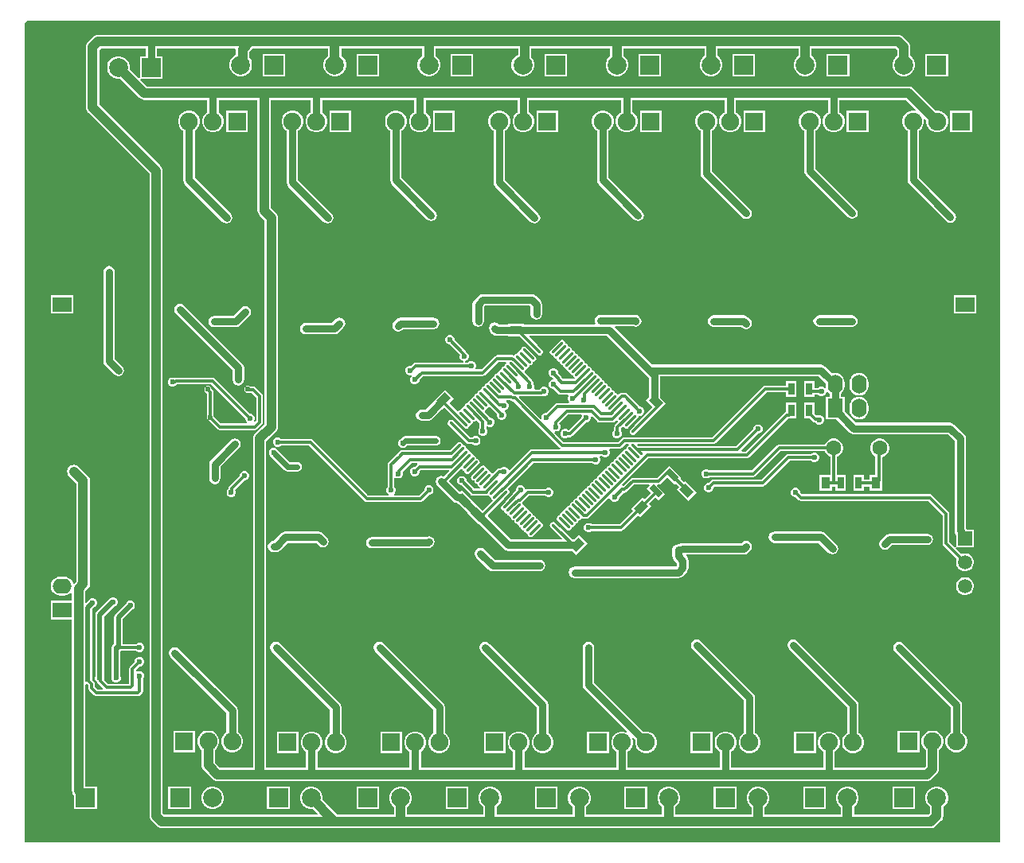
<source format=gbl>
G04*
G04 #@! TF.GenerationSoftware,Altium Limited,Altium Designer,22.7.1 (60)*
G04*
G04 Layer_Physical_Order=2*
G04 Layer_Color=16711680*
%FSLAX44Y44*%
%MOMM*%
G71*
G04*
G04 #@! TF.SameCoordinates,58864457-2C57-4B72-ACF9-2A768CBF14AA*
G04*
G04*
G04 #@! TF.FilePolarity,Positive*
G04*
G01*
G75*
%ADD27R,0.7000X1.3000*%
%ADD32R,1.3000X0.9000*%
%ADD37R,0.9000X1.3000*%
%ADD39C,1.0000*%
%ADD74C,0.3000*%
%ADD75C,0.8000*%
%ADD76C,0.6000*%
%ADD78C,0.5000*%
%ADD79R,2.0000X1.6000*%
%ADD80O,2.0000X1.6000*%
%ADD81R,2.0000X2.0000*%
%ADD82C,2.0000*%
%ADD83C,1.9100*%
%ADD84R,1.9100X1.9100*%
%ADD85C,1.5000*%
%ADD86R,1.5000X1.5000*%
%ADD87C,1.6000*%
%ADD88R,1.6000X2.0000*%
%ADD89O,1.6000X2.0000*%
%ADD90C,0.6000*%
G04:AMPARAMS|DCode=91|XSize=0.6mm|YSize=1.4mm|CornerRadius=0mm|HoleSize=0mm|Usage=FLASHONLY|Rotation=225.000|XOffset=0mm|YOffset=0mm|HoleType=Round|Shape=Rectangle|*
%AMROTATEDRECTD91*
4,1,4,-0.2828,0.7071,0.7071,-0.2828,0.2828,-0.7071,-0.7071,0.2828,-0.2828,0.7071,0.0*
%
%ADD91ROTATEDRECTD91*%

G04:AMPARAMS|DCode=92|XSize=0.9mm|YSize=1.3mm|CornerRadius=0mm|HoleSize=0mm|Usage=FLASHONLY|Rotation=135.000|XOffset=0mm|YOffset=0mm|HoleType=Round|Shape=Rectangle|*
%AMROTATEDRECTD92*
4,1,4,0.7778,0.1414,-0.1414,-0.7778,-0.7778,-0.1414,0.1414,0.7778,0.7778,0.1414,0.0*
%
%ADD92ROTATEDRECTD92*%

G04:AMPARAMS|DCode=93|XSize=0.9mm|YSize=1.3mm|CornerRadius=0mm|HoleSize=0mm|Usage=FLASHONLY|Rotation=45.000|XOffset=0mm|YOffset=0mm|HoleType=Round|Shape=Rectangle|*
%AMROTATEDRECTD93*
4,1,4,0.1414,-0.7778,-0.7778,0.1414,-0.1414,0.7778,0.7778,-0.1414,0.1414,-0.7778,0.0*
%
%ADD93ROTATEDRECTD93*%

G04:AMPARAMS|DCode=94|XSize=1.56mm|YSize=0.25mm|CornerRadius=0.0313mm|HoleSize=0mm|Usage=FLASHONLY|Rotation=45.000|XOffset=0mm|YOffset=0mm|HoleType=Round|Shape=RoundedRectangle|*
%AMROUNDEDRECTD94*
21,1,1.5600,0.1875,0,0,45.0*
21,1,1.4975,0.2500,0,0,45.0*
1,1,0.0625,0.5957,0.4632*
1,1,0.0625,-0.4632,-0.5957*
1,1,0.0625,-0.5957,-0.4632*
1,1,0.0625,0.4632,0.5957*
%
%ADD94ROUNDEDRECTD94*%
G04:AMPARAMS|DCode=95|XSize=1.56mm|YSize=0.25mm|CornerRadius=0.0313mm|HoleSize=0mm|Usage=FLASHONLY|Rotation=315.000|XOffset=0mm|YOffset=0mm|HoleType=Round|Shape=RoundedRectangle|*
%AMROUNDEDRECTD95*
21,1,1.5600,0.1875,0,0,315.0*
21,1,1.4975,0.2500,0,0,315.0*
1,1,0.0625,0.4632,-0.5957*
1,1,0.0625,-0.5957,0.4632*
1,1,0.0625,-0.4632,0.5957*
1,1,0.0625,0.5957,-0.4632*
%
%ADD95ROUNDEDRECTD95*%
G36*
X1037500Y2500D02*
X0D01*
Y875000D01*
X2500Y877500D01*
X1037500D01*
Y2500D01*
D02*
G37*
%LPC*%
G36*
X982052Y842000D02*
X958052D01*
Y818000D01*
X982052D01*
Y842000D01*
D02*
G37*
G36*
X929142Y862060D02*
X78358D01*
X76530Y861820D01*
X74828Y861115D01*
X73365Y859992D01*
X67508Y854135D01*
X66385Y852672D01*
X65680Y850969D01*
X65440Y849142D01*
Y785000D01*
X65680Y783173D01*
X66385Y781470D01*
X67508Y780008D01*
X132940Y714576D01*
Y30858D01*
X133180Y29030D01*
X133885Y27328D01*
X135008Y25865D01*
X140865Y20008D01*
X142328Y18886D01*
X144031Y18180D01*
X145858Y17940D01*
X964142D01*
X965969Y18180D01*
X967672Y18886D01*
X969135Y20008D01*
X974992Y25865D01*
X976115Y27328D01*
X976820Y29030D01*
X977060Y30858D01*
Y40190D01*
X977420Y40398D01*
X979654Y42632D01*
X981234Y45368D01*
X982052Y48420D01*
Y51580D01*
X981234Y54632D01*
X979654Y57368D01*
X977420Y59602D01*
X974684Y61182D01*
X971632Y62000D01*
X968472D01*
X965420Y61182D01*
X962684Y59602D01*
X960450Y57368D01*
X958870Y54632D01*
X958052Y51580D01*
Y48420D01*
X958870Y45368D01*
X960450Y42632D01*
X962684Y40398D01*
X962940Y40250D01*
Y33782D01*
X961218Y32060D01*
X882112D01*
Y40220D01*
X882420Y40398D01*
X884654Y42632D01*
X886234Y45368D01*
X887052Y48420D01*
Y51580D01*
X886234Y54632D01*
X884654Y57368D01*
X882420Y59602D01*
X879684Y61182D01*
X876632Y62000D01*
X873472D01*
X870420Y61182D01*
X867684Y59602D01*
X865450Y57368D01*
X863870Y54632D01*
X863052Y51580D01*
Y48420D01*
X863870Y45368D01*
X865450Y42632D01*
X867684Y40398D01*
X867992Y40220D01*
Y32060D01*
X787112D01*
Y40220D01*
X787420Y40398D01*
X789654Y42632D01*
X791234Y45368D01*
X792052Y48420D01*
Y51580D01*
X791234Y54632D01*
X789654Y57368D01*
X787420Y59602D01*
X784684Y61182D01*
X781632Y62000D01*
X778472D01*
X775420Y61182D01*
X772684Y59602D01*
X770450Y57368D01*
X768870Y54632D01*
X768052Y51580D01*
Y48420D01*
X768870Y45368D01*
X770450Y42632D01*
X772684Y40398D01*
X772992Y40220D01*
Y32060D01*
X692112D01*
Y40220D01*
X692420Y40398D01*
X694654Y42632D01*
X696234Y45368D01*
X697052Y48420D01*
Y51580D01*
X696234Y54632D01*
X694654Y57368D01*
X692420Y59602D01*
X689684Y61182D01*
X686632Y62000D01*
X683472D01*
X680420Y61182D01*
X677684Y59602D01*
X675450Y57368D01*
X673870Y54632D01*
X673052Y51580D01*
Y48420D01*
X673870Y45368D01*
X675450Y42632D01*
X677684Y40398D01*
X677992Y40220D01*
Y32060D01*
X597112D01*
Y40220D01*
X597420Y40398D01*
X599654Y42632D01*
X601234Y45368D01*
X602052Y48420D01*
Y51580D01*
X601234Y54632D01*
X599654Y57368D01*
X597420Y59602D01*
X594684Y61182D01*
X591632Y62000D01*
X588472D01*
X585420Y61182D01*
X582684Y59602D01*
X580450Y57368D01*
X578870Y54632D01*
X578052Y51580D01*
Y48420D01*
X578870Y45368D01*
X580450Y42632D01*
X582684Y40398D01*
X582992Y40220D01*
Y32060D01*
X502112D01*
Y40220D01*
X502420Y40398D01*
X504654Y42632D01*
X506234Y45368D01*
X507052Y48420D01*
Y51580D01*
X506234Y54632D01*
X504654Y57368D01*
X502420Y59602D01*
X499684Y61182D01*
X496632Y62000D01*
X493472D01*
X490420Y61182D01*
X487684Y59602D01*
X485450Y57368D01*
X483870Y54632D01*
X483052Y51580D01*
Y48420D01*
X483870Y45368D01*
X485450Y42632D01*
X487684Y40398D01*
X487992Y40220D01*
Y32060D01*
X407112D01*
Y40220D01*
X407420Y40398D01*
X409654Y42632D01*
X411234Y45368D01*
X412052Y48420D01*
Y51580D01*
X411234Y54632D01*
X409654Y57368D01*
X407420Y59602D01*
X404684Y61182D01*
X401632Y62000D01*
X398472D01*
X395420Y61182D01*
X392684Y59602D01*
X390450Y57368D01*
X388870Y54632D01*
X388052Y51580D01*
Y48420D01*
X388870Y45368D01*
X390450Y42632D01*
X392684Y40398D01*
X392992Y40220D01*
Y32060D01*
X332976D01*
X316960Y48077D01*
X317052Y48420D01*
Y51580D01*
X316234Y54632D01*
X314654Y57368D01*
X312420Y59602D01*
X309684Y61182D01*
X306632Y62000D01*
X303472D01*
X300420Y61182D01*
X297684Y59602D01*
X295450Y57368D01*
X293870Y54632D01*
X293052Y51580D01*
Y48420D01*
X293870Y45368D01*
X295450Y42632D01*
X297684Y40398D01*
X300420Y38818D01*
X303472Y38000D01*
X306632D01*
X306975Y38092D01*
X311833Y33234D01*
X311347Y32060D01*
X148782D01*
X147060Y33782D01*
Y717500D01*
X146820Y719327D01*
X146115Y721030D01*
X144992Y722493D01*
X79560Y787924D01*
Y846218D01*
X81282Y847940D01*
X128883D01*
Y839500D01*
X123000D01*
X123000Y816468D01*
Y816430D01*
D01*
X123000Y816229D01*
X122656Y816087D01*
X121730Y815703D01*
X111856Y825577D01*
X111948Y825920D01*
Y829080D01*
X111130Y832132D01*
X109550Y834868D01*
X107316Y837102D01*
X104580Y838682D01*
X101528Y839500D01*
X98368D01*
X95316Y838682D01*
X92580Y837102D01*
X90346Y834868D01*
X88766Y832132D01*
X87948Y829080D01*
Y825920D01*
X88766Y822868D01*
X90346Y820132D01*
X92580Y817898D01*
X95316Y816318D01*
X98368Y815500D01*
X101528D01*
X101871Y815592D01*
X122456Y795008D01*
X123918Y793885D01*
X125621Y793180D01*
X127448Y792940D01*
X194382D01*
Y779805D01*
X193408Y779242D01*
X191258Y777092D01*
X189737Y774458D01*
X188950Y771521D01*
Y768479D01*
X189737Y765542D01*
X191258Y762908D01*
X193408Y760758D01*
X196042Y759237D01*
X198979Y758450D01*
X202021D01*
X204958Y759237D01*
X207592Y760758D01*
X209742Y762908D01*
X211263Y765542D01*
X212050Y768479D01*
Y771521D01*
X211263Y774458D01*
X209742Y777092D01*
X207592Y779242D01*
X206618Y779805D01*
Y792940D01*
X247940D01*
Y675000D01*
X248180Y673173D01*
X248885Y671470D01*
X250008Y670007D01*
X255440Y664576D01*
Y447924D01*
X245008Y437492D01*
X243885Y436030D01*
X243180Y434327D01*
X242940Y432500D01*
Y82060D01*
X207924D01*
X202560Y87424D01*
Y100739D01*
X202592Y100758D01*
X204742Y102908D01*
X206263Y105542D01*
X207050Y108479D01*
Y111521D01*
X206263Y114458D01*
X204742Y117092D01*
X202592Y119242D01*
X199958Y120763D01*
X197021Y121550D01*
X193979D01*
X191042Y120763D01*
X188408Y119242D01*
X186258Y117092D01*
X184737Y114458D01*
X183950Y111521D01*
Y108479D01*
X184737Y105542D01*
X186258Y102908D01*
X188408Y100758D01*
X188440Y100739D01*
Y84500D01*
X188680Y82673D01*
X189386Y80970D01*
X190508Y79508D01*
X200008Y70008D01*
X201470Y68885D01*
X203173Y68180D01*
X205000Y67940D01*
X959642D01*
X961469Y68180D01*
X963172Y68885D01*
X964635Y70008D01*
X970492Y75865D01*
X971615Y77328D01*
X972320Y79030D01*
X972560Y80858D01*
Y100739D01*
X972592Y100758D01*
X974742Y102908D01*
X976263Y105542D01*
X977050Y108479D01*
Y111521D01*
X976263Y114458D01*
X974742Y117092D01*
X972592Y119242D01*
X969958Y120763D01*
X967021Y121550D01*
X963979D01*
X961042Y120763D01*
X958408Y119242D01*
X956258Y117092D01*
X954737Y114458D01*
X953950Y111521D01*
Y108479D01*
X954737Y105542D01*
X956258Y102908D01*
X958408Y100758D01*
X958440Y100739D01*
Y83782D01*
X956718Y82060D01*
X861618D01*
Y99195D01*
X862592Y99758D01*
X864742Y101908D01*
X866263Y104542D01*
X867050Y107479D01*
Y110521D01*
X866263Y113458D01*
X864742Y116092D01*
X862592Y118242D01*
X859958Y119763D01*
X857021Y120550D01*
X853979D01*
X851042Y119763D01*
X848408Y118242D01*
X846258Y116092D01*
X844737Y113458D01*
X843950Y110521D01*
Y107479D01*
X844737Y104542D01*
X846258Y101908D01*
X848408Y99758D01*
X849382Y99195D01*
Y82060D01*
X751618D01*
Y99195D01*
X752592Y99758D01*
X754742Y101908D01*
X756263Y104542D01*
X757050Y107479D01*
Y110521D01*
X756263Y113458D01*
X754742Y116092D01*
X752592Y118242D01*
X749958Y119763D01*
X747021Y120550D01*
X743979D01*
X741042Y119763D01*
X738408Y118242D01*
X736258Y116092D01*
X734737Y113458D01*
X733950Y110521D01*
Y107479D01*
X734737Y104542D01*
X736258Y101908D01*
X738408Y99758D01*
X739382Y99195D01*
Y82060D01*
X641618D01*
Y99195D01*
X642592Y99758D01*
X644742Y101908D01*
X646263Y104542D01*
X647050Y107479D01*
Y110521D01*
X646325Y113228D01*
X646865Y113734D01*
X647379Y113969D01*
X649741Y111607D01*
X649450Y110521D01*
Y107479D01*
X650237Y104542D01*
X651758Y101908D01*
X653908Y99758D01*
X656542Y98237D01*
X659479Y97450D01*
X662521D01*
X665458Y98237D01*
X668092Y99758D01*
X670242Y101908D01*
X671763Y104542D01*
X672550Y107479D01*
Y110521D01*
X671763Y113458D01*
X670242Y116092D01*
X668092Y118242D01*
X665458Y119763D01*
X662521Y120550D01*
X659479D01*
X658393Y120259D01*
X605718Y172934D01*
Y210000D01*
X605252Y212341D01*
X603926Y214326D01*
X601941Y215652D01*
X599600Y216117D01*
X597259Y215652D01*
X595274Y214326D01*
X593948Y212341D01*
X593483Y210000D01*
Y170400D01*
X593948Y168059D01*
X595274Y166074D01*
X640470Y120879D01*
X640234Y120365D01*
X639728Y119825D01*
X637021Y120550D01*
X633979D01*
X631042Y119763D01*
X628408Y118242D01*
X626258Y116092D01*
X624737Y113458D01*
X623950Y110521D01*
Y107479D01*
X624737Y104542D01*
X626258Y101908D01*
X628408Y99758D01*
X629383Y99195D01*
Y82060D01*
X531618D01*
Y99195D01*
X532592Y99758D01*
X534742Y101908D01*
X536263Y104542D01*
X537050Y107479D01*
Y110521D01*
X536263Y113458D01*
X534742Y116092D01*
X532592Y118242D01*
X529958Y119763D01*
X527021Y120550D01*
X523979D01*
X521042Y119763D01*
X518408Y118242D01*
X516258Y116092D01*
X514737Y113458D01*
X513950Y110521D01*
Y107479D01*
X514737Y104542D01*
X516258Y101908D01*
X518408Y99758D01*
X519383Y99195D01*
Y82060D01*
X421618D01*
Y99195D01*
X422592Y99758D01*
X424742Y101908D01*
X426263Y104542D01*
X427050Y107479D01*
Y110521D01*
X426263Y113458D01*
X424742Y116092D01*
X422592Y118242D01*
X419958Y119763D01*
X417021Y120550D01*
X413979D01*
X411042Y119763D01*
X408408Y118242D01*
X406258Y116092D01*
X404737Y113458D01*
X403950Y110521D01*
Y107479D01*
X404737Y104542D01*
X406258Y101908D01*
X408408Y99758D01*
X409383Y99195D01*
Y82060D01*
X311618D01*
Y99195D01*
X312592Y99758D01*
X314742Y101908D01*
X316263Y104542D01*
X317050Y107479D01*
Y110521D01*
X316263Y113458D01*
X314742Y116092D01*
X312592Y118242D01*
X309958Y119763D01*
X307021Y120550D01*
X303979D01*
X301042Y119763D01*
X298408Y118242D01*
X296258Y116092D01*
X294737Y113458D01*
X293950Y110521D01*
Y107479D01*
X294737Y104542D01*
X296258Y101908D01*
X298408Y99758D01*
X299382Y99195D01*
Y82060D01*
X257060D01*
Y429576D01*
X267493Y440008D01*
X268615Y441470D01*
X269320Y443173D01*
X269560Y445000D01*
Y667500D01*
X269320Y669327D01*
X268615Y671030D01*
X267493Y672492D01*
X262060Y677924D01*
Y792940D01*
X304382D01*
Y779805D01*
X303408Y779242D01*
X301258Y777092D01*
X299737Y774458D01*
X298950Y771521D01*
Y768479D01*
X299737Y765542D01*
X301258Y762908D01*
X303408Y760758D01*
X306042Y759237D01*
X308979Y758450D01*
X312021D01*
X314958Y759237D01*
X317592Y760758D01*
X319742Y762908D01*
X321263Y765542D01*
X322050Y768479D01*
Y771521D01*
X321263Y774458D01*
X319742Y777092D01*
X317592Y779242D01*
X316618Y779805D01*
Y792940D01*
X414383D01*
Y779805D01*
X413408Y779242D01*
X411258Y777092D01*
X409737Y774458D01*
X408950Y771521D01*
Y768479D01*
X409737Y765542D01*
X411258Y762908D01*
X413408Y760758D01*
X416042Y759237D01*
X418979Y758450D01*
X422021D01*
X424958Y759237D01*
X427592Y760758D01*
X429742Y762908D01*
X431263Y765542D01*
X432050Y768479D01*
Y771521D01*
X431263Y774458D01*
X429742Y777092D01*
X427592Y779242D01*
X426618Y779805D01*
Y792940D01*
X524383D01*
Y779805D01*
X523408Y779242D01*
X521258Y777092D01*
X519737Y774458D01*
X518950Y771521D01*
Y768479D01*
X519737Y765542D01*
X521258Y762908D01*
X523408Y760758D01*
X526042Y759237D01*
X528979Y758450D01*
X532021D01*
X534958Y759237D01*
X537592Y760758D01*
X539742Y762908D01*
X541263Y765542D01*
X542050Y768479D01*
Y771521D01*
X541263Y774458D01*
X539742Y777092D01*
X537592Y779242D01*
X536618Y779805D01*
Y792940D01*
X634382D01*
Y779805D01*
X633408Y779242D01*
X631258Y777092D01*
X629737Y774458D01*
X628950Y771521D01*
Y768479D01*
X629737Y765542D01*
X631258Y762908D01*
X633408Y760758D01*
X636042Y759237D01*
X638979Y758450D01*
X642021D01*
X644958Y759237D01*
X647592Y760758D01*
X649742Y762908D01*
X651263Y765542D01*
X652050Y768479D01*
Y771521D01*
X651263Y774458D01*
X649742Y777092D01*
X647592Y779242D01*
X646618Y779805D01*
Y792940D01*
X744382D01*
Y779805D01*
X743408Y779242D01*
X741258Y777092D01*
X739737Y774458D01*
X738950Y771521D01*
Y768479D01*
X739737Y765542D01*
X741258Y762908D01*
X743408Y760758D01*
X746042Y759237D01*
X748979Y758450D01*
X752021D01*
X754958Y759237D01*
X757592Y760758D01*
X759742Y762908D01*
X761263Y765542D01*
X762050Y768479D01*
Y771521D01*
X761263Y774458D01*
X759742Y777092D01*
X757592Y779242D01*
X756618Y779805D01*
Y792940D01*
X854382D01*
Y779805D01*
X853408Y779242D01*
X851258Y777092D01*
X849737Y774458D01*
X848950Y771521D01*
Y768479D01*
X849737Y765542D01*
X851258Y762908D01*
X853408Y760758D01*
X856042Y759237D01*
X858979Y758450D01*
X862021D01*
X864958Y759237D01*
X867592Y760758D01*
X869742Y762908D01*
X871263Y765542D01*
X872050Y768479D01*
Y771521D01*
X871263Y774458D01*
X869742Y777092D01*
X867592Y779242D01*
X866618Y779805D01*
Y792940D01*
X937576D01*
X948064Y782451D01*
X947406Y781313D01*
X946521Y781550D01*
X943479D01*
X940542Y780763D01*
X937908Y779242D01*
X935758Y777092D01*
X934237Y774458D01*
X933450Y771521D01*
Y768479D01*
X934237Y765542D01*
X935758Y762908D01*
X937908Y760758D01*
X938883Y760195D01*
Y707720D01*
X939348Y705379D01*
X940674Y703395D01*
X980212Y663857D01*
X982197Y662531D01*
X984538Y662065D01*
X986879Y662531D01*
X988864Y663857D01*
X990190Y665842D01*
X990655Y668183D01*
X990190Y670524D01*
X988864Y672508D01*
X951117Y710254D01*
Y760195D01*
X952092Y760758D01*
X954242Y762908D01*
X955763Y765542D01*
X956550Y768479D01*
Y771521D01*
X956313Y772406D01*
X957451Y773064D01*
X958959Y771556D01*
X958950Y771521D01*
Y768479D01*
X959737Y765542D01*
X961258Y762908D01*
X963408Y760758D01*
X966042Y759237D01*
X968979Y758450D01*
X972021D01*
X974958Y759237D01*
X977592Y760758D01*
X979742Y762908D01*
X981263Y765542D01*
X982050Y768479D01*
Y771521D01*
X981263Y774458D01*
X979742Y777092D01*
X977592Y779242D01*
X974958Y780763D01*
X972021Y781550D01*
X968979D01*
X968944Y781541D01*
X945492Y804992D01*
X944030Y806115D01*
X942327Y806820D01*
X940500Y807060D01*
X130372D01*
X123203Y814230D01*
X123729Y815500D01*
X123930Y815500D01*
X123930Y815500D01*
X123968Y815500D01*
X147000D01*
Y839500D01*
X141117D01*
Y847940D01*
X224025D01*
X224862Y846985D01*
X224853Y846913D01*
Y840885D01*
X222632Y839602D01*
X220398Y837368D01*
X218818Y834632D01*
X218000Y831580D01*
Y828420D01*
X218818Y825368D01*
X220398Y822632D01*
X222632Y820398D01*
X225368Y818818D01*
X228420Y818000D01*
X231580D01*
X234632Y818818D01*
X237368Y820398D01*
X239602Y822632D01*
X241182Y825368D01*
X242000Y828420D01*
Y831580D01*
X241182Y834632D01*
X239602Y837368D01*
X238974Y837997D01*
Y843989D01*
X242924Y847940D01*
X322940D01*
Y839780D01*
X322632Y839602D01*
X320398Y837368D01*
X318818Y834632D01*
X318000Y831580D01*
Y828420D01*
X318818Y825368D01*
X320398Y822632D01*
X322632Y820398D01*
X325368Y818818D01*
X328420Y818000D01*
X331580D01*
X334632Y818818D01*
X337368Y820398D01*
X339602Y822632D01*
X341182Y825368D01*
X342000Y828420D01*
Y831580D01*
X341182Y834632D01*
X339602Y837368D01*
X337368Y839602D01*
X337060Y839780D01*
Y847940D01*
X422940D01*
Y839780D01*
X422632Y839602D01*
X420398Y837368D01*
X418818Y834632D01*
X418000Y831580D01*
Y828420D01*
X418818Y825368D01*
X420398Y822632D01*
X422632Y820398D01*
X425368Y818818D01*
X428420Y818000D01*
X431580D01*
X434632Y818818D01*
X437368Y820398D01*
X439602Y822632D01*
X441182Y825368D01*
X442000Y828420D01*
Y831580D01*
X441182Y834632D01*
X439602Y837368D01*
X437368Y839602D01*
X437060Y839780D01*
Y847940D01*
X524853D01*
Y840885D01*
X522632Y839602D01*
X520398Y837368D01*
X518818Y834632D01*
X518000Y831580D01*
Y828420D01*
X518818Y825368D01*
X520398Y822632D01*
X522632Y820398D01*
X525368Y818818D01*
X528420Y818000D01*
X531580D01*
X534632Y818818D01*
X537368Y820398D01*
X539602Y822632D01*
X541182Y825368D01*
X542000Y828420D01*
Y831580D01*
X541182Y834632D01*
X539602Y837368D01*
X538974Y837997D01*
Y847940D01*
X622940D01*
Y839780D01*
X622632Y839602D01*
X620398Y837368D01*
X618818Y834632D01*
X618000Y831580D01*
Y828420D01*
X618818Y825368D01*
X620398Y822632D01*
X622632Y820398D01*
X625368Y818818D01*
X628420Y818000D01*
X631580D01*
X634632Y818818D01*
X637368Y820398D01*
X639602Y822632D01*
X641182Y825368D01*
X642000Y828420D01*
Y831580D01*
X641182Y834632D01*
X639602Y837368D01*
X637368Y839602D01*
X637060Y839780D01*
Y847940D01*
X722940D01*
Y839780D01*
X722632Y839602D01*
X720398Y837368D01*
X718818Y834632D01*
X718000Y831580D01*
Y828420D01*
X718818Y825368D01*
X720398Y822632D01*
X722632Y820398D01*
X725368Y818818D01*
X728420Y818000D01*
X731580D01*
X734632Y818818D01*
X737368Y820398D01*
X739602Y822632D01*
X741182Y825368D01*
X742000Y828420D01*
Y831580D01*
X741182Y834632D01*
X739602Y837368D01*
X737368Y839602D01*
X737060Y839780D01*
Y847940D01*
X822940D01*
Y839780D01*
X822632Y839602D01*
X820398Y837368D01*
X818818Y834632D01*
X818000Y831580D01*
Y828420D01*
X818818Y825368D01*
X820398Y822632D01*
X822632Y820398D01*
X825368Y818818D01*
X828420Y818000D01*
X831580D01*
X834632Y818818D01*
X837368Y820398D01*
X839602Y822632D01*
X841182Y825368D01*
X842000Y828420D01*
Y831580D01*
X841182Y834632D01*
X839602Y837368D01*
X837368Y839602D01*
X837060Y839780D01*
Y847940D01*
X926218D01*
X927940Y846218D01*
Y839780D01*
X927632Y839602D01*
X925398Y837368D01*
X923818Y834632D01*
X923000Y831580D01*
Y828420D01*
X923818Y825368D01*
X925398Y822632D01*
X927632Y820398D01*
X930368Y818818D01*
X933420Y818000D01*
X936580D01*
X939632Y818818D01*
X942368Y820398D01*
X944602Y822632D01*
X946182Y825368D01*
X947000Y828420D01*
Y831580D01*
X946182Y834632D01*
X944602Y837368D01*
X942368Y839602D01*
X942060Y839780D01*
Y849142D01*
X941820Y850969D01*
X941115Y852672D01*
X939993Y854135D01*
X934135Y859992D01*
X932672Y861115D01*
X930969Y861820D01*
X929142Y862060D01*
D02*
G37*
G36*
X877052Y842000D02*
X853052D01*
Y818000D01*
X877052D01*
Y842000D01*
D02*
G37*
G36*
X777052D02*
X753052D01*
Y818000D01*
X777052D01*
Y842000D01*
D02*
G37*
G36*
X677052D02*
X653052D01*
Y818000D01*
X677052D01*
Y842000D01*
D02*
G37*
G36*
X577052D02*
X553052D01*
Y818000D01*
X577052D01*
Y842000D01*
D02*
G37*
G36*
X477052D02*
X453052D01*
Y818000D01*
X477052D01*
Y842000D01*
D02*
G37*
G36*
X377052D02*
X353052D01*
Y818000D01*
X377052D01*
Y842000D01*
D02*
G37*
G36*
X277052D02*
X253052D01*
Y818000D01*
X277052D01*
Y842000D01*
D02*
G37*
G36*
X1007550Y781550D02*
X984450D01*
Y758450D01*
X1007550D01*
Y781550D01*
D02*
G37*
G36*
X897550D02*
X874450D01*
Y758450D01*
X897550D01*
Y781550D01*
D02*
G37*
G36*
X787550D02*
X764450D01*
Y758450D01*
X787550D01*
Y781550D01*
D02*
G37*
G36*
X677550D02*
X654450D01*
Y758450D01*
X677550D01*
Y781550D01*
D02*
G37*
G36*
X567550D02*
X544450D01*
Y758450D01*
X567550D01*
Y781550D01*
D02*
G37*
G36*
X457550D02*
X434450D01*
Y758450D01*
X457550D01*
Y781550D01*
D02*
G37*
G36*
X347550D02*
X324450D01*
Y758450D01*
X347550D01*
Y781550D01*
D02*
G37*
G36*
X237550D02*
X214450D01*
Y758450D01*
X237550D01*
Y781550D01*
D02*
G37*
G36*
X836521D02*
X833479D01*
X830542Y780763D01*
X827908Y779242D01*
X825758Y777092D01*
X824237Y774458D01*
X823450Y771521D01*
Y768479D01*
X824237Y765542D01*
X825758Y762908D01*
X827908Y760758D01*
X828883Y760195D01*
Y717500D01*
X829348Y715159D01*
X830674Y713174D01*
X875674Y668174D01*
X877659Y666848D01*
X880000Y666383D01*
X882341Y666848D01*
X884326Y668174D01*
X885652Y670159D01*
X886117Y672500D01*
X885652Y674841D01*
X884326Y676826D01*
X841117Y720034D01*
Y760195D01*
X842092Y760758D01*
X844242Y762908D01*
X845763Y765542D01*
X846550Y768479D01*
Y771521D01*
X845763Y774458D01*
X844242Y777092D01*
X842092Y779242D01*
X839458Y780763D01*
X836521Y781550D01*
D02*
G37*
G36*
X726521D02*
X723479D01*
X720542Y780763D01*
X717908Y779242D01*
X715758Y777092D01*
X714237Y774458D01*
X713450Y771521D01*
Y768479D01*
X714237Y765542D01*
X715758Y762908D01*
X717908Y760758D01*
X718883Y760195D01*
Y714754D01*
X719348Y712413D01*
X720674Y710428D01*
X763251Y667851D01*
X765236Y666525D01*
X767577Y666060D01*
X769918Y666525D01*
X771903Y667851D01*
X773229Y669836D01*
X773694Y672177D01*
X773229Y674518D01*
X771903Y676503D01*
X731117Y717288D01*
Y760195D01*
X732092Y760758D01*
X734242Y762908D01*
X735763Y765542D01*
X736550Y768479D01*
Y771521D01*
X735763Y774458D01*
X734242Y777092D01*
X732092Y779242D01*
X729458Y780763D01*
X726521Y781550D01*
D02*
G37*
G36*
X616521D02*
X613479D01*
X610542Y780763D01*
X607908Y779242D01*
X605758Y777092D01*
X604237Y774458D01*
X603450Y771521D01*
Y768479D01*
X604237Y765542D01*
X605758Y762908D01*
X607908Y760758D01*
X608882Y760195D01*
Y707500D01*
X609348Y705159D01*
X610674Y703174D01*
X648174Y665674D01*
X650159Y664348D01*
X652500Y663883D01*
X654841Y664348D01*
X656826Y665674D01*
X658152Y667659D01*
X658617Y670000D01*
X658152Y672341D01*
X656826Y674326D01*
X621118Y710034D01*
Y760195D01*
X622092Y760758D01*
X624242Y762908D01*
X625763Y765542D01*
X626550Y768479D01*
Y771521D01*
X625763Y774458D01*
X624242Y777092D01*
X622092Y779242D01*
X619458Y780763D01*
X616521Y781550D01*
D02*
G37*
G36*
X396521D02*
X393479D01*
X390542Y780763D01*
X387908Y779242D01*
X385758Y777092D01*
X384237Y774458D01*
X383450Y771521D01*
Y768479D01*
X384237Y765542D01*
X385758Y762908D01*
X387908Y760758D01*
X388882Y760195D01*
Y707500D01*
X389348Y705159D01*
X390674Y703174D01*
X428174Y665674D01*
X430159Y664348D01*
X432500Y663883D01*
X434841Y664348D01*
X436826Y665674D01*
X438152Y667659D01*
X438618Y670000D01*
X438152Y672341D01*
X436826Y674326D01*
X401118Y710034D01*
Y760195D01*
X402092Y760758D01*
X404242Y762908D01*
X405763Y765542D01*
X406550Y768479D01*
Y771521D01*
X405763Y774458D01*
X404242Y777092D01*
X402092Y779242D01*
X399458Y780763D01*
X396521Y781550D01*
D02*
G37*
G36*
X506521D02*
X503479D01*
X500542Y780763D01*
X497908Y779242D01*
X495758Y777092D01*
X494237Y774458D01*
X493450Y771521D01*
Y768479D01*
X494237Y765542D01*
X495758Y762908D01*
X497908Y760758D01*
X498882Y760195D01*
Y705000D01*
X499348Y702659D01*
X500674Y700674D01*
X538174Y663174D01*
X540159Y661848D01*
X542500Y661383D01*
X544841Y661848D01*
X546826Y663174D01*
X548152Y665159D01*
X548618Y667500D01*
X548152Y669841D01*
X546826Y671826D01*
X511118Y707534D01*
Y760195D01*
X512092Y760758D01*
X514242Y762908D01*
X515763Y765542D01*
X516550Y768479D01*
Y771521D01*
X515763Y774458D01*
X514242Y777092D01*
X512092Y779242D01*
X509458Y780763D01*
X506521Y781550D01*
D02*
G37*
G36*
X286521D02*
X283479D01*
X280542Y780763D01*
X277908Y779242D01*
X275758Y777092D01*
X274237Y774458D01*
X273450Y771521D01*
Y768479D01*
X274237Y765542D01*
X275758Y762908D01*
X277908Y760758D01*
X278882Y760195D01*
Y705000D01*
X279348Y702659D01*
X280674Y700674D01*
X318174Y663174D01*
X320159Y661848D01*
X322500Y661383D01*
X324841Y661848D01*
X326826Y663174D01*
X328152Y665159D01*
X328618Y667500D01*
X328152Y669841D01*
X326826Y671826D01*
X291117Y707534D01*
Y760195D01*
X292092Y760758D01*
X294242Y762908D01*
X295763Y765542D01*
X296550Y768479D01*
Y771521D01*
X295763Y774458D01*
X294242Y777092D01*
X292092Y779242D01*
X289458Y780763D01*
X286521Y781550D01*
D02*
G37*
G36*
X176521D02*
X173479D01*
X170542Y780763D01*
X167908Y779242D01*
X165758Y777092D01*
X164237Y774458D01*
X163450Y771521D01*
Y768479D01*
X164237Y765542D01*
X165758Y762908D01*
X167908Y760758D01*
X168883Y760195D01*
Y707500D01*
X169348Y705159D01*
X170674Y703174D01*
X210674Y663174D01*
X212659Y661848D01*
X215000Y661383D01*
X217341Y661848D01*
X219326Y663174D01*
X220652Y665159D01*
X221117Y667500D01*
X220652Y669841D01*
X219326Y671826D01*
X181117Y710034D01*
Y760195D01*
X182092Y760758D01*
X184242Y762908D01*
X185763Y765542D01*
X186550Y768479D01*
Y771521D01*
X185763Y774458D01*
X184242Y777092D01*
X182092Y779242D01*
X179458Y780763D01*
X176521Y781550D01*
D02*
G37*
G36*
X1012000Y585400D02*
X988000D01*
Y565400D01*
X1012000D01*
Y585400D01*
D02*
G37*
G36*
X52000D02*
X28000D01*
Y565400D01*
X52000D01*
Y585400D01*
D02*
G37*
G36*
X539738Y586118D02*
X487500D01*
X485159Y585652D01*
X483174Y584326D01*
X478174Y579326D01*
X476848Y577341D01*
X476382Y575000D01*
Y557500D01*
X476848Y555159D01*
X478174Y553174D01*
X480159Y551848D01*
X482500Y551382D01*
X484841Y551848D01*
X486826Y553174D01*
X488152Y555159D01*
X488618Y557500D01*
Y572466D01*
X490034Y573882D01*
X537204D01*
X538307Y572780D01*
Y564984D01*
X538773Y562643D01*
X540099Y560658D01*
X542083Y559332D01*
X544424Y558866D01*
X546766Y559332D01*
X548750Y560658D01*
X550076Y562643D01*
X550542Y564984D01*
Y575314D01*
X550076Y577655D01*
X548750Y579640D01*
X544064Y584326D01*
X542079Y585652D01*
X539738Y586118D01*
D02*
G37*
G36*
X649500Y564118D02*
X612500D01*
X610159Y563652D01*
X608174Y562326D01*
X606848Y560341D01*
X606382Y558000D01*
X606848Y555659D01*
X607130Y555238D01*
X606531Y554118D01*
X531000D01*
Y554500D01*
X514000D01*
Y554118D01*
X504534D01*
X504326Y554326D01*
X502341Y555652D01*
X500000Y556118D01*
X497659Y555652D01*
X495674Y554326D01*
X494348Y552341D01*
X493882Y550000D01*
X494348Y547659D01*
X495674Y545674D01*
X497674Y543674D01*
X499659Y542348D01*
X502000Y541883D01*
X514000D01*
Y541500D01*
X525953D01*
X540301Y527152D01*
X540597Y526709D01*
X541755Y525935D01*
X541758Y525935D01*
X546085Y521608D01*
X546850Y521096D01*
X547752Y520917D01*
X548655Y521096D01*
X549419Y521608D01*
X550745Y522933D01*
X551256Y523698D01*
X551436Y524601D01*
X551256Y525503D01*
X550745Y526268D01*
X546455Y530558D01*
X546418Y530745D01*
X545644Y531903D01*
X536838Y540709D01*
X537324Y541883D01*
X619466D01*
X660674Y500674D01*
X660674Y500674D01*
X664033Y497315D01*
Y476054D01*
X660958Y472979D01*
X668122Y465816D01*
X649209Y446903D01*
X648435Y445745D01*
X648435Y445742D01*
X644108Y441415D01*
X643597Y440650D01*
X643417Y439748D01*
X643597Y438845D01*
X644108Y438081D01*
X645434Y436755D01*
X646198Y436244D01*
X647101Y436064D01*
X648003Y436244D01*
X648768Y436755D01*
X653095Y441082D01*
X653098Y441082D01*
X654256Y441856D01*
X675502Y463103D01*
X676265Y464244D01*
X682172Y470151D01*
X676268Y476054D01*
Y498882D01*
X844601D01*
X852014Y491470D01*
Y488200D01*
X852218Y486649D01*
X851015Y486056D01*
X850332Y486739D01*
X848495Y487500D01*
X846505D01*
X844668Y486739D01*
X843997Y486069D01*
X840000D01*
Y493500D01*
X829000D01*
Y476500D01*
X840000D01*
Y478931D01*
X843997D01*
X844668Y478261D01*
X846505Y477500D01*
X848495D01*
X850332Y478261D01*
X851739Y479668D01*
X852500Y481505D01*
Y482198D01*
X853770Y482629D01*
X854968Y481068D01*
X855983Y480289D01*
Y476800D01*
X852100D01*
Y452800D01*
X863448D01*
X877424Y438824D01*
X879409Y437498D01*
X881750Y437033D01*
X981816D01*
X988883Y429966D01*
Y334386D01*
X989348Y332045D01*
X990383Y330497D01*
Y329700D01*
X990500Y329109D01*
Y317877D01*
X990500Y317143D01*
X989289Y316558D01*
X983569Y322278D01*
Y352500D01*
X983297Y353866D01*
X982523Y355023D01*
X965423Y372123D01*
X964266Y372897D01*
X962900Y373169D01*
X826878D01*
X825000Y375047D01*
Y375995D01*
X824239Y377832D01*
X822832Y379239D01*
X820995Y380000D01*
X819005D01*
X817168Y379239D01*
X815761Y377832D01*
X815000Y375995D01*
Y374005D01*
X815761Y372168D01*
X817168Y370761D01*
X819005Y370000D01*
X819953D01*
X822877Y367077D01*
X824034Y366303D01*
X825400Y366031D01*
X961422D01*
X976431Y351022D01*
Y320800D01*
X976703Y319434D01*
X977477Y318277D01*
X991198Y304555D01*
X991147Y304467D01*
X990500Y302051D01*
Y299549D01*
X991147Y297133D01*
X992398Y294967D01*
X994167Y293198D01*
X996333Y291947D01*
X998749Y291300D01*
X1001251D01*
X1003667Y291947D01*
X1005833Y293198D01*
X1007602Y294967D01*
X1008853Y297133D01*
X1009500Y299549D01*
Y302051D01*
X1008853Y304467D01*
X1007602Y306633D01*
X1005833Y308402D01*
X1003667Y309653D01*
X1001251Y310300D01*
X998749D01*
X996333Y309653D01*
X996245Y309602D01*
X990358Y315489D01*
X990943Y316700D01*
X991587Y316700D01*
X1009500D01*
Y335700D01*
X1001836D01*
X1001117Y336775D01*
Y432500D01*
X1000652Y434841D01*
X999326Y436826D01*
X988676Y447476D01*
X986691Y448802D01*
X984350Y449268D01*
X884284D01*
X872100Y461451D01*
Y476800D01*
X868217D01*
Y480289D01*
X869232Y481068D01*
X870835Y483157D01*
X871843Y485589D01*
X872186Y488200D01*
Y492200D01*
X871843Y494810D01*
X870835Y497243D01*
X869232Y499332D01*
X867143Y500935D01*
X864710Y501943D01*
X862100Y502286D01*
X859490Y501943D01*
X859033Y501754D01*
X851461Y509326D01*
X849476Y510652D01*
X847135Y511118D01*
X667534D01*
X627942Y550709D01*
X628428Y551883D01*
X647607D01*
X647659Y551848D01*
X650000Y551382D01*
X652341Y551848D01*
X654326Y553174D01*
X655652Y555159D01*
X656117Y557500D01*
X655652Y559841D01*
X654326Y561826D01*
X653826Y562326D01*
X651841Y563652D01*
X649500Y564118D01*
D02*
G37*
G36*
X880000Y563618D02*
X845000D01*
X842659Y563152D01*
X840674Y561826D01*
X839348Y559841D01*
X838883Y557500D01*
X839348Y555159D01*
X840674Y553174D01*
X842659Y551848D01*
X845000Y551382D01*
X880000D01*
X882341Y551848D01*
X884326Y553174D01*
X885652Y555159D01*
X886117Y557500D01*
X885652Y559841D01*
X884326Y561826D01*
X882341Y563152D01*
X880000Y563618D01*
D02*
G37*
G36*
X235000Y573618D02*
X232659Y573152D01*
X230674Y571826D01*
X221935Y563086D01*
X201650D01*
X199308Y562621D01*
X197324Y561295D01*
X195998Y559310D01*
X195532Y556969D01*
X195998Y554628D01*
X197324Y552643D01*
X199308Y551317D01*
X201650Y550851D01*
X224469D01*
X226810Y551317D01*
X228795Y552643D01*
X239326Y563174D01*
X240652Y565159D01*
X241118Y567500D01*
X240652Y569841D01*
X239326Y571826D01*
X237341Y573152D01*
X235000Y573618D01*
D02*
G37*
G36*
X765000Y563618D02*
X732500D01*
X730159Y563152D01*
X728174Y561826D01*
X726848Y559841D01*
X726383Y557500D01*
X726848Y555159D01*
X728174Y553174D01*
X730159Y551848D01*
X732500Y551382D01*
X762466D01*
X763174Y550674D01*
X765159Y549348D01*
X767500Y548882D01*
X769841Y549348D01*
X771826Y550674D01*
X773152Y552659D01*
X773617Y555000D01*
X773152Y557341D01*
X771826Y559326D01*
X769326Y561826D01*
X767341Y563152D01*
X765000Y563618D01*
D02*
G37*
G36*
X435000Y561118D02*
X400000D01*
X397659Y560652D01*
X395674Y559326D01*
X393174Y556826D01*
X391848Y554841D01*
X391382Y552500D01*
X391848Y550159D01*
X393174Y548174D01*
X395159Y546848D01*
X397500Y546382D01*
X399841Y546848D01*
X401826Y548174D01*
X402534Y548882D01*
X435000D01*
X437341Y549348D01*
X439326Y550674D01*
X440652Y552659D01*
X441118Y555000D01*
X440652Y557341D01*
X439326Y559326D01*
X437341Y560652D01*
X435000Y561118D01*
D02*
G37*
G36*
X335000D02*
X332659Y560652D01*
X330674Y559326D01*
X326927Y555578D01*
X298967D01*
X296626Y555112D01*
X294642Y553786D01*
X293316Y551802D01*
X292850Y549461D01*
X293316Y547119D01*
X294642Y545135D01*
X296626Y543809D01*
X298967Y543343D01*
X329461D01*
X331802Y543809D01*
X333786Y545135D01*
X339326Y550674D01*
X340652Y552659D01*
X341118Y555000D01*
X340652Y557341D01*
X339326Y559326D01*
X337341Y560652D01*
X335000Y561118D01*
D02*
G37*
G36*
X90000Y616118D02*
X87659Y615652D01*
X85674Y614326D01*
X84348Y612341D01*
X83883Y610000D01*
Y515000D01*
X84348Y512659D01*
X85674Y510674D01*
X95674Y500674D01*
X97659Y499348D01*
X100000Y498882D01*
X102341Y499348D01*
X104326Y500674D01*
X105652Y502659D01*
X106117Y505000D01*
X105652Y507341D01*
X104326Y509326D01*
X96117Y517534D01*
Y610000D01*
X95652Y612341D01*
X94326Y614326D01*
X92341Y615652D01*
X90000Y616118D01*
D02*
G37*
G36*
X165395Y576146D02*
X163054Y575681D01*
X161069Y574355D01*
X159743Y572370D01*
X159277Y570029D01*
X159743Y567688D01*
X161069Y565703D01*
X221383Y505390D01*
Y495000D01*
X221848Y492659D01*
X223174Y490674D01*
X225159Y489348D01*
X227500Y488882D01*
X229841Y489348D01*
X231826Y490674D01*
X233152Y492659D01*
X233617Y495000D01*
Y507924D01*
X233152Y510265D01*
X231826Y512249D01*
X169721Y574355D01*
X167736Y575681D01*
X165395Y576146D01*
D02*
G37*
G36*
X453381Y542614D02*
X451391D01*
X449554Y541853D01*
X448147Y540446D01*
X447386Y538609D01*
Y536619D01*
X448147Y534782D01*
X449554Y533375D01*
X451391Y532614D01*
X452339D01*
X463155Y521798D01*
X462728Y520767D01*
Y518778D01*
X463489Y516940D01*
X464896Y515533D01*
X466733Y514772D01*
X466655Y513535D01*
X460103D01*
X459932Y513569D01*
X415607D01*
X414241Y513297D01*
X413083Y512523D01*
X410560Y510000D01*
X409005D01*
X407168Y509239D01*
X405761Y507832D01*
X405000Y505995D01*
Y504005D01*
X405761Y502168D01*
X407168Y500761D01*
X409005Y500000D01*
X410995D01*
X411231Y500098D01*
X411950Y499021D01*
X410761Y497832D01*
X410000Y495995D01*
Y494005D01*
X410761Y492168D01*
X412168Y490761D01*
X414005Y490000D01*
X415995D01*
X417832Y490761D01*
X419239Y492168D01*
X420000Y494005D01*
Y494953D01*
X423978Y498931D01*
X487500D01*
X488866Y499203D01*
X490023Y499977D01*
X504267Y514220D01*
X511801D01*
X512879Y512980D01*
X512838Y512619D01*
X512073Y512108D01*
X510747Y510782D01*
X510236Y510017D01*
X510081Y509239D01*
X509302Y509084D01*
X508538Y508573D01*
X507212Y507247D01*
X506701Y506482D01*
X506546Y505703D01*
X505767Y505548D01*
X505002Y505037D01*
X503676Y503711D01*
X503165Y502946D01*
X503010Y502167D01*
X502231Y502012D01*
X501466Y501501D01*
X500141Y500176D01*
X499630Y499411D01*
X499475Y498632D01*
X498696Y498477D01*
X497931Y497966D01*
X496605Y496640D01*
X496094Y495875D01*
X495939Y495096D01*
X495160Y494941D01*
X494395Y494430D01*
X493070Y493105D01*
X492559Y492340D01*
X492404Y491561D01*
X491625Y491406D01*
X490860Y490895D01*
X489534Y489569D01*
X489023Y488804D01*
X488868Y488025D01*
X488089Y487870D01*
X487324Y487359D01*
X485999Y486034D01*
X485488Y485269D01*
X485333Y484490D01*
X484554Y484335D01*
X483789Y483824D01*
X482463Y482498D01*
X481952Y481733D01*
X481797Y480954D01*
X481018Y480799D01*
X480253Y480288D01*
X478927Y478962D01*
X478416Y478198D01*
X478261Y477419D01*
X477483Y477264D01*
X476718Y476753D01*
X475392Y475427D01*
X474881Y474662D01*
X474726Y473883D01*
X473947Y473728D01*
X473182Y473217D01*
X471856Y471891D01*
X471345Y471126D01*
X471190Y470348D01*
X470412Y470193D01*
X469647Y469682D01*
X468321Y468356D01*
X467810Y467591D01*
X467655Y466812D01*
X466876Y466657D01*
X466111Y466146D01*
X464785Y464820D01*
X464274Y464055D01*
X464119Y463277D01*
X463341Y463122D01*
X462576Y462611D01*
X461250Y461285D01*
X460614Y461222D01*
X451449Y470387D01*
X456542Y475479D01*
X447349Y484672D01*
X435328Y472651D01*
X435599Y472380D01*
X426836Y463618D01*
X422500D01*
X420159Y463152D01*
X418174Y461826D01*
X416848Y459841D01*
X416382Y457500D01*
X416848Y455159D01*
X418174Y453174D01*
X420159Y451848D01*
X422500Y451382D01*
X429370D01*
X431711Y451848D01*
X433696Y453174D01*
X444250Y463729D01*
X444521Y463458D01*
X446403Y465340D01*
X462816Y448927D01*
X462816Y448927D01*
X463973Y448153D01*
X463976Y448153D01*
X468303Y443826D01*
X469068Y443315D01*
X469970Y443135D01*
X470873Y443315D01*
X471638Y443826D01*
X472963Y445152D01*
X473475Y445917D01*
X473629Y446695D01*
X474408Y446850D01*
X475173Y447361D01*
X476499Y448687D01*
X477010Y449452D01*
X477165Y450231D01*
X477944Y450386D01*
X478709Y450897D01*
X480034Y452223D01*
X480670Y452285D01*
X483931Y449024D01*
Y443503D01*
X483261Y442832D01*
X482500Y440995D01*
Y439005D01*
X483261Y437168D01*
X484668Y435761D01*
X486505Y435000D01*
X488495D01*
X490332Y435761D01*
X491739Y437168D01*
X492500Y439005D01*
Y440995D01*
X491739Y442832D01*
X491069Y443503D01*
Y445201D01*
X492339Y445690D01*
X494005Y445000D01*
X495995D01*
X497832Y445761D01*
X499239Y447168D01*
X500000Y449005D01*
Y450995D01*
X499239Y452832D01*
X497832Y454239D01*
X495995Y455000D01*
X495120D01*
X489253Y460868D01*
X489315Y461503D01*
X490641Y462829D01*
X491152Y463594D01*
X491307Y464373D01*
X492086Y464528D01*
X492851Y465039D01*
X494177Y466365D01*
X494813Y466427D01*
X502572Y458668D01*
X502500Y458495D01*
Y456505D01*
X503261Y454668D01*
X504668Y453261D01*
X506505Y452500D01*
X508495D01*
X510332Y453261D01*
X511739Y454668D01*
X512500Y456505D01*
Y458495D01*
X511739Y460332D01*
X510841Y461230D01*
X510900Y461714D01*
X511258Y462609D01*
X512832Y463261D01*
X514239Y464668D01*
X515000Y466505D01*
Y468495D01*
X514239Y470332D01*
X512832Y471739D01*
X512608Y471832D01*
X512861Y473102D01*
X516423D01*
X516548Y472977D01*
X517705Y472203D01*
X519071Y471931D01*
X520214D01*
X569669Y422477D01*
X569876Y422339D01*
X569490Y421069D01*
X540000D01*
X538634Y420797D01*
X537477Y420023D01*
X516173Y398720D01*
X514752Y399094D01*
X514239Y400332D01*
X512832Y401739D01*
X510995Y402500D01*
X509005D01*
X507168Y401739D01*
X505924Y400495D01*
X505284D01*
X503918Y400223D01*
X502761Y399449D01*
X498348Y395037D01*
X497712Y395100D01*
X496386Y396425D01*
X495621Y396936D01*
X494843Y397091D01*
X494688Y397870D01*
X494177Y398635D01*
X492851Y399961D01*
X492086Y400472D01*
X491307Y400627D01*
X491152Y401406D01*
X490641Y402171D01*
X489315Y403496D01*
X488550Y404007D01*
X487648Y404187D01*
X486746Y404007D01*
X485981Y403496D01*
X475392Y392907D01*
X474881Y392143D01*
X474701Y391240D01*
X474881Y390338D01*
X475392Y389573D01*
X476718Y388247D01*
X477483Y387736D01*
X478261Y387581D01*
X478416Y386802D01*
X478927Y386038D01*
X480253Y384712D01*
X481018Y384201D01*
X481797Y384046D01*
X481952Y383267D01*
X482463Y382502D01*
X483789Y381176D01*
X484554Y380665D01*
X484595Y380304D01*
X483517Y379064D01*
X478483D01*
X470000Y387547D01*
Y388495D01*
X469239Y390332D01*
X467832Y391739D01*
X465995Y392500D01*
X464005D01*
X462168Y391739D01*
X460761Y390332D01*
X460000Y388495D01*
Y386506D01*
X460761Y384668D01*
X462168Y383261D01*
X464005Y382500D01*
X464953D01*
X474481Y372972D01*
X475639Y372199D01*
X477005Y371927D01*
X491265D01*
X492631Y372199D01*
X492794Y372308D01*
X493070Y371895D01*
X494395Y370570D01*
X495160Y370059D01*
X495939Y369904D01*
X496094Y369125D01*
X496605Y368360D01*
X497931Y367034D01*
X497994Y366398D01*
X487111Y355516D01*
X480303Y362324D01*
X480033Y362054D01*
X477054Y365033D01*
X477324Y365303D01*
X465303Y377324D01*
X463924Y375945D01*
X462646Y376199D01*
X462453D01*
X454326Y384326D01*
X454326Y384326D01*
X451456Y387195D01*
X464471Y400211D01*
X464785Y400180D01*
X466111Y398854D01*
X466876Y398343D01*
X467655Y398188D01*
X467810Y397409D01*
X468321Y396644D01*
X469647Y395318D01*
X470412Y394807D01*
X471314Y394628D01*
X472216Y394807D01*
X472981Y395318D01*
X483570Y405907D01*
X484081Y406672D01*
X484261Y407575D01*
X484081Y408477D01*
X483570Y409242D01*
X482244Y410568D01*
X481479Y411079D01*
X480700Y411233D01*
X480546Y412012D01*
X480034Y412777D01*
X478709Y414103D01*
X477944Y414614D01*
X477165Y414769D01*
X477010Y415548D01*
X476499Y416313D01*
X475173Y417639D01*
X474408Y418150D01*
X473629Y418305D01*
X473475Y419083D01*
X472963Y419848D01*
X471638Y421174D01*
X470873Y421685D01*
X470094Y421840D01*
X469939Y422619D01*
X469428Y423384D01*
X468102Y424710D01*
X467337Y425221D01*
X466558Y425376D01*
X466404Y426155D01*
X465892Y426919D01*
X464567Y428245D01*
X463802Y428756D01*
X462899Y428936D01*
X461997Y428756D01*
X461232Y428245D01*
X456905Y423918D01*
X456902Y423918D01*
X455744Y423144D01*
X452512Y419911D01*
X401857D01*
X400492Y419640D01*
X399334Y418866D01*
X396234Y415766D01*
X396234Y415766D01*
X387477Y407009D01*
X386703Y405851D01*
X386431Y404485D01*
Y381003D01*
X385761Y380332D01*
X385000Y378495D01*
Y376505D01*
X385761Y374668D01*
X387090Y373339D01*
X387058Y372963D01*
X386728Y372069D01*
X365478D01*
X306380Y431167D01*
X305222Y431941D01*
X303856Y432212D01*
X272742D01*
X272072Y432882D01*
X270234Y433644D01*
X268245D01*
X266407Y432882D01*
X265001Y431476D01*
X264240Y429638D01*
Y427649D01*
X265001Y425811D01*
X266407Y424405D01*
X268245Y423644D01*
X270234D01*
X272072Y424405D01*
X272742Y425075D01*
X302378D01*
X361477Y365977D01*
X362634Y365203D01*
X364000Y364931D01*
X421000D01*
X422366Y365203D01*
X423523Y365977D01*
X430047Y372500D01*
X430995D01*
X432832Y373261D01*
X434239Y374668D01*
X435000Y376505D01*
Y378495D01*
X434239Y380332D01*
X432832Y381739D01*
X430995Y382500D01*
X429005D01*
X427168Y381739D01*
X425761Y380332D01*
X425000Y378495D01*
Y377547D01*
X419522Y372069D01*
X393272D01*
X392942Y372963D01*
X392910Y373339D01*
X394239Y374668D01*
X395000Y376505D01*
Y378495D01*
X394239Y380332D01*
X393569Y381003D01*
Y390201D01*
X394839Y390690D01*
X396505Y390000D01*
X398495D01*
X400332Y390761D01*
X401739Y392168D01*
X402500Y394005D01*
Y395995D01*
X402073Y397026D01*
X411478Y406431D01*
X417298D01*
X417683Y405161D01*
X417477Y405023D01*
X414953Y402500D01*
X414005D01*
X412168Y401739D01*
X410761Y400332D01*
X410000Y398495D01*
Y396505D01*
X410761Y394668D01*
X412168Y393261D01*
X414005Y392500D01*
X415995D01*
X417832Y393261D01*
X419239Y394668D01*
X420000Y396505D01*
Y397453D01*
X421478Y398931D01*
X451439D01*
X451925Y397758D01*
X446157Y391989D01*
X445696Y392297D01*
X443355Y392763D01*
X441013Y392297D01*
X439029Y390971D01*
X437703Y388987D01*
X437237Y386645D01*
X437703Y384304D01*
X439029Y382320D01*
X445674Y375674D01*
X445674Y375674D01*
X455593Y365756D01*
X457577Y364430D01*
X459919Y363964D01*
X460112D01*
X461685Y362392D01*
X462186Y362057D01*
X468132Y356111D01*
X468402Y356381D01*
X471381Y353402D01*
X471111Y353132D01*
X483132Y341111D01*
X483402Y341381D01*
X510197Y314587D01*
X512182Y313261D01*
X514523Y312795D01*
X582684D01*
X586868Y308611D01*
X598889Y320632D01*
X589697Y329824D01*
X584903Y325030D01*
X582664D01*
X569403Y338291D01*
X568245Y339065D01*
X568242Y339065D01*
X563915Y343392D01*
X563150Y343904D01*
X562248Y344083D01*
X561345Y343904D01*
X560581Y343392D01*
X559255Y342066D01*
X558744Y341302D01*
X558564Y340399D01*
X558744Y339497D01*
X559255Y338732D01*
X563582Y334405D01*
X563582Y334402D01*
X564356Y333244D01*
X571397Y326203D01*
X570911Y325030D01*
X517057D01*
X492674Y349413D01*
X492717Y351028D01*
X510289Y368600D01*
X511062Y369757D01*
X511063Y369760D01*
X515390Y374087D01*
X515901Y374852D01*
X516081Y375755D01*
X515901Y376657D01*
X515390Y377422D01*
X514064Y378748D01*
X514033Y379062D01*
X541403Y406431D01*
X603997D01*
X604668Y405761D01*
X606505Y405000D01*
X608495D01*
X610332Y405761D01*
X611739Y407168D01*
X612500Y409005D01*
Y410995D01*
X611810Y412661D01*
X612299Y413931D01*
X613997D01*
X614668Y413261D01*
X616505Y412500D01*
X618495D01*
X620332Y413261D01*
X621739Y414668D01*
X622500Y416505D01*
Y418495D01*
X621810Y420161D01*
X622299Y421431D01*
X632500D01*
X633866Y421703D01*
X635023Y422477D01*
X639369Y426822D01*
X641626D01*
X642704Y425582D01*
X642663Y425221D01*
X641898Y424710D01*
X640572Y423384D01*
X640061Y422619D01*
X639906Y421840D01*
X639127Y421685D01*
X638362Y421174D01*
X637037Y419848D01*
X636525Y419083D01*
X636371Y418305D01*
X635592Y418150D01*
X634827Y417639D01*
X633501Y416313D01*
X632990Y415548D01*
X632835Y414769D01*
X632056Y414614D01*
X631291Y414103D01*
X629966Y412777D01*
X629454Y412012D01*
X629300Y411233D01*
X628521Y411079D01*
X627756Y410568D01*
X626430Y409242D01*
X625919Y408477D01*
X625764Y407698D01*
X624985Y407543D01*
X624220Y407032D01*
X622894Y405706D01*
X622383Y404941D01*
X622228Y404162D01*
X621450Y404007D01*
X620685Y403496D01*
X619359Y402171D01*
X618848Y401406D01*
X618693Y400627D01*
X617914Y400472D01*
X617149Y399961D01*
X615823Y398635D01*
X615312Y397870D01*
X615157Y397091D01*
X614379Y396936D01*
X613614Y396425D01*
X612288Y395100D01*
X611777Y394335D01*
X611622Y393556D01*
X610843Y393401D01*
X610078Y392890D01*
X608752Y391564D01*
X608241Y390799D01*
X608086Y390020D01*
X607308Y389865D01*
X606543Y389354D01*
X605217Y388028D01*
X604706Y387264D01*
X604551Y386485D01*
X603772Y386330D01*
X603007Y385819D01*
X601681Y384493D01*
X601170Y383728D01*
X601015Y382949D01*
X600236Y382794D01*
X599472Y382283D01*
X598146Y380957D01*
X597635Y380192D01*
X597480Y379414D01*
X596701Y379259D01*
X595936Y378748D01*
X594610Y377422D01*
X594099Y376657D01*
X593944Y375878D01*
X593165Y375723D01*
X592400Y375212D01*
X591075Y373886D01*
X590564Y373121D01*
X590409Y372343D01*
X589630Y372188D01*
X588865Y371677D01*
X587539Y370351D01*
X587028Y369586D01*
X586873Y368807D01*
X586094Y368652D01*
X585329Y368141D01*
X584004Y366815D01*
X583493Y366050D01*
X583338Y365272D01*
X582559Y365117D01*
X581794Y364606D01*
X580468Y363280D01*
X579957Y362515D01*
X579802Y361736D01*
X579023Y361581D01*
X578258Y361070D01*
X576932Y359744D01*
X576421Y358979D01*
X576267Y358200D01*
X575488Y358046D01*
X574723Y357534D01*
X573397Y356209D01*
X572886Y355444D01*
X572731Y354665D01*
X571952Y354510D01*
X571187Y353999D01*
X569861Y352673D01*
X569350Y351908D01*
X569195Y351129D01*
X568417Y350975D01*
X567652Y350463D01*
X566326Y349138D01*
X565815Y348373D01*
X565635Y347470D01*
X565815Y346568D01*
X566326Y345803D01*
X576915Y335214D01*
X577680Y334703D01*
X578582Y334524D01*
X579484Y334703D01*
X580249Y335214D01*
X581575Y336540D01*
X582086Y337305D01*
X582241Y338084D01*
X583020Y338239D01*
X583785Y338750D01*
X585111Y340076D01*
X585622Y340840D01*
X585777Y341619D01*
X586555Y341774D01*
X587320Y342285D01*
X588646Y343611D01*
X589157Y344376D01*
X589312Y345155D01*
X590091Y345310D01*
X590856Y345821D01*
X592182Y347147D01*
X592671Y347880D01*
X593315Y347450D01*
X594680Y347178D01*
X597839D01*
X599204Y347450D01*
X600362Y348223D01*
X621327Y369188D01*
X622629Y368694D01*
X623261Y367168D01*
X624668Y365761D01*
X626505Y365000D01*
X628495D01*
X630332Y365761D01*
X631739Y367168D01*
X632500Y369005D01*
Y370207D01*
X636981Y374688D01*
X638256D01*
X639622Y374959D01*
X640780Y375733D01*
X648564Y383517D01*
X664130D01*
X664616Y382344D01*
X661615Y379343D01*
X666238Y374720D01*
X659269Y367751D01*
X657197Y369824D01*
X645176Y357803D01*
X647249Y355731D01*
X632587Y341069D01*
X603503D01*
X602832Y341739D01*
X600995Y342500D01*
X599005D01*
X597168Y341739D01*
X595761Y340332D01*
X595000Y338495D01*
Y336505D01*
X595761Y334668D01*
X597168Y333261D01*
X599005Y332500D01*
X600995D01*
X602832Y333261D01*
X603503Y333931D01*
X634065D01*
X635431Y334203D01*
X636588Y334977D01*
X652295Y350684D01*
X654368Y348611D01*
X666389Y360632D01*
X664316Y362705D01*
X671285Y369673D01*
X674343Y366615D01*
X681414Y373686D01*
X672757Y382344D01*
X673243Y383517D01*
X674308D01*
X675673Y383789D01*
X676831Y384562D01*
X683584Y391315D01*
X691314Y383586D01*
X692326Y384598D01*
X696201Y380722D01*
X693611Y378132D01*
X705632Y366111D01*
X714824Y375303D01*
X702803Y387324D01*
X701248Y385769D01*
X697373Y389645D01*
X698385Y390657D01*
X685657Y403385D01*
X681305Y399033D01*
X681012Y398837D01*
X672829Y390654D01*
X647086D01*
X645720Y390383D01*
X644562Y389609D01*
X636926Y381973D01*
X635816Y382045D01*
X635350Y383211D01*
X663570Y411431D01*
X768000D01*
X769366Y411703D01*
X770523Y412477D01*
X811978Y453931D01*
X813500D01*
X813845Y454000D01*
X821000D01*
Y471000D01*
X810000D01*
Y460969D01*
X809134Y460797D01*
X807977Y460023D01*
X766522Y418569D01*
X762775D01*
X762289Y419742D01*
X780047Y437500D01*
X780995D01*
X782832Y438261D01*
X784239Y439668D01*
X785000Y441505D01*
Y443495D01*
X784239Y445332D01*
X782832Y446739D01*
X780995Y447500D01*
X779005D01*
X777168Y446739D01*
X775761Y445332D01*
X775000Y443495D01*
Y442547D01*
X756643Y424189D01*
X652824D01*
X651755Y425258D01*
X652241Y426431D01*
X732500D01*
X733866Y426703D01*
X735023Y427477D01*
X788978Y481431D01*
X810000D01*
Y476500D01*
X821000D01*
Y493500D01*
X810000D01*
Y488569D01*
X787500D01*
X786134Y488297D01*
X784977Y487523D01*
X731022Y433569D01*
X650223D01*
X650045Y433687D01*
X648680Y433959D01*
X637891D01*
X636525Y433687D01*
X635367Y432914D01*
X631022Y428569D01*
X573671D01*
X563337Y438902D01*
X563953Y439914D01*
X564035Y440000D01*
X565994D01*
X567832Y440761D01*
X569239Y442168D01*
X570000Y444005D01*
Y445995D01*
X569239Y447832D01*
X568569Y448503D01*
Y448522D01*
X577978Y457931D01*
X591928D01*
X592776Y456661D01*
X592500Y455995D01*
Y455047D01*
X578522Y441069D01*
X578503D01*
X577832Y441739D01*
X575995Y442500D01*
X574005D01*
X572168Y441739D01*
X570761Y440332D01*
X570000Y438495D01*
Y436505D01*
X570761Y434668D01*
X572168Y433261D01*
X574005Y432500D01*
X575995D01*
X577832Y433261D01*
X578503Y433931D01*
X580000D01*
X581366Y434203D01*
X582523Y434977D01*
X597547Y450000D01*
X598495D01*
X600332Y450761D01*
X601739Y452168D01*
X602500Y454005D01*
Y455657D01*
X603501Y456238D01*
X603673Y456280D01*
X609117Y450836D01*
X610275Y450063D01*
X611640Y449791D01*
X625357D01*
X626723Y450063D01*
X627881Y450836D01*
X629330Y452285D01*
X629966Y452223D01*
X631291Y450897D01*
X631354Y450261D01*
X628051Y446958D01*
X627277Y445800D01*
X627006Y444434D01*
Y441576D01*
X625761Y440332D01*
X625000Y438495D01*
Y436505D01*
X625761Y434668D01*
X627168Y433261D01*
X629005Y432500D01*
X630995D01*
X632832Y433261D01*
X634239Y434668D01*
X635000Y436505D01*
Y438495D01*
X634239Y440332D01*
X634143Y440429D01*
Y442956D01*
X636401Y445214D01*
X637037Y445152D01*
X638362Y443826D01*
X639127Y443315D01*
X640030Y443135D01*
X640932Y443315D01*
X641697Y443826D01*
X652286Y454415D01*
X652797Y455180D01*
X652877Y455583D01*
X652981Y456085D01*
X654137Y456757D01*
X655109D01*
X656946Y457518D01*
X658353Y458924D01*
X659114Y460762D01*
Y462751D01*
X658353Y464589D01*
X656946Y465995D01*
X655109Y466756D01*
X654161D01*
X640894Y480023D01*
X639736Y480797D01*
X638371Y481069D01*
X635000D01*
X633634Y480797D01*
X632477Y480023D01*
X631385Y478932D01*
X631073Y478962D01*
X629747Y480288D01*
X628982Y480799D01*
X628203Y480954D01*
X628048Y481733D01*
X627537Y482498D01*
X626211Y483824D01*
X625446Y484335D01*
X624668Y484490D01*
X624512Y485269D01*
X624001Y486034D01*
X622676Y487359D01*
X621911Y487870D01*
X621132Y488025D01*
X620977Y488804D01*
X620466Y489569D01*
X619140Y490895D01*
X618375Y491406D01*
X617596Y491561D01*
X617441Y492340D01*
X616930Y493105D01*
X615605Y494430D01*
X614840Y494941D01*
X614061Y495096D01*
X613906Y495875D01*
X613395Y496640D01*
X612069Y497966D01*
X611304Y498477D01*
X610525Y498632D01*
X610370Y499411D01*
X609859Y500176D01*
X608534Y501501D01*
X607769Y502012D01*
X606990Y502167D01*
X606835Y502946D01*
X606324Y503711D01*
X604998Y505037D01*
X604233Y505548D01*
X603454Y505703D01*
X603299Y506482D01*
X602788Y507247D01*
X601462Y508573D01*
X600698Y509084D01*
X599919Y509239D01*
X599764Y510017D01*
X599253Y510782D01*
X597927Y512108D01*
X597162Y512619D01*
X596383Y512774D01*
X596228Y513553D01*
X595717Y514318D01*
X594391Y515644D01*
X593626Y516155D01*
X592848Y516310D01*
X592693Y517088D01*
X592182Y517853D01*
X590856Y519179D01*
X590091Y519690D01*
X589312Y519845D01*
X589157Y520624D01*
X588646Y521389D01*
X587320Y522715D01*
X586555Y523226D01*
X585777Y523381D01*
X585622Y524160D01*
X585111Y524924D01*
X583785Y526250D01*
X583020Y526761D01*
X582241Y526916D01*
X582086Y527695D01*
X581575Y528460D01*
X580249Y529786D01*
X579484Y530297D01*
X578705Y530452D01*
X578551Y531231D01*
X578040Y531995D01*
X576714Y533321D01*
X575949Y533832D01*
X575170Y533987D01*
X575015Y534766D01*
X574504Y535531D01*
X573178Y536857D01*
X572413Y537368D01*
X571511Y537547D01*
X570609Y537368D01*
X569844Y536857D01*
X559255Y526268D01*
X558744Y525503D01*
X558564Y524601D01*
X558744Y523698D01*
X559255Y522933D01*
X560581Y521608D01*
X561345Y521096D01*
X562124Y520942D01*
X562279Y520163D01*
X562790Y519398D01*
X564116Y518072D01*
X564881Y517561D01*
X565660Y517406D01*
X565815Y516627D01*
X566326Y515862D01*
X567652Y514537D01*
X568417Y514025D01*
X569195Y513871D01*
X569350Y513092D01*
X569861Y512327D01*
X571187Y511001D01*
X571952Y510490D01*
X572731Y510335D01*
X572886Y509556D01*
X573397Y508791D01*
X574723Y507466D01*
X575488Y506954D01*
X576267Y506800D01*
X576421Y506021D01*
X576932Y505256D01*
X578258Y503930D01*
X579023Y503419D01*
X579802Y503264D01*
X579957Y502485D01*
X580468Y501720D01*
X581794Y500394D01*
X582559Y499883D01*
X583338Y499728D01*
X583493Y498950D01*
X584004Y498185D01*
X585178Y497011D01*
X584929Y496278D01*
X584613Y495819D01*
X572539D01*
X570736Y497623D01*
X570614Y498237D01*
X569840Y499395D01*
X567500Y501735D01*
Y503495D01*
X566739Y505332D01*
X565332Y506739D01*
X563495Y507500D01*
X561505D01*
X559668Y506739D01*
X558261Y505332D01*
X557500Y503495D01*
Y501505D01*
X558261Y499668D01*
X559668Y498261D01*
X561505Y497500D01*
X561642D01*
X562872Y496270D01*
X562345Y495000D01*
X561505D01*
X559668Y494239D01*
X558261Y492832D01*
X557500Y490995D01*
Y489005D01*
X558261Y487168D01*
X559668Y485761D01*
X561505Y485000D01*
X562453D01*
X567477Y479977D01*
X568634Y479203D01*
X570000Y478931D01*
X577701D01*
X578190Y477661D01*
X577500Y475995D01*
Y474005D01*
X578261Y472168D01*
X579090Y471339D01*
X578564Y470069D01*
X566500D01*
X565134Y469797D01*
X563977Y469023D01*
X554953Y460000D01*
X554005D01*
X552168Y459239D01*
X550761Y457832D01*
X550000Y455995D01*
Y454035D01*
X549914Y453953D01*
X548902Y453337D01*
X525981Y476258D01*
X526467Y477431D01*
X550188D01*
X551190Y477631D01*
X551506Y477500D01*
X553495D01*
X555332Y478261D01*
X556739Y479668D01*
X557500Y481505D01*
Y483495D01*
X556739Y485332D01*
X555332Y486739D01*
X553495Y487500D01*
X551506D01*
X549668Y486739D01*
X548261Y485332D01*
X547945Y484569D01*
X543072D01*
X542224Y485839D01*
X542500Y486505D01*
Y488495D01*
X541739Y490332D01*
X541069Y491003D01*
Y492426D01*
X540797Y493792D01*
X540023Y494950D01*
X531679Y503294D01*
X531742Y503930D01*
X533068Y505256D01*
X533579Y506021D01*
X533733Y506800D01*
X534512Y506954D01*
X535277Y507466D01*
X536603Y508791D01*
X537114Y509556D01*
X537269Y510335D01*
X538048Y510490D01*
X538813Y511001D01*
X540139Y512327D01*
X540650Y513092D01*
X540805Y513871D01*
X541583Y514025D01*
X542348Y514537D01*
X543674Y515862D01*
X544185Y516627D01*
X544365Y517530D01*
X544185Y518432D01*
X543674Y519197D01*
X533085Y529786D01*
X532320Y530297D01*
X531418Y530476D01*
X530516Y530297D01*
X529751Y529786D01*
X528425Y528460D01*
X527914Y527695D01*
X527759Y526916D01*
X526980Y526761D01*
X526215Y526250D01*
X524889Y524924D01*
X524378Y524160D01*
X524223Y523381D01*
X523445Y523226D01*
X522680Y522715D01*
X521354Y521389D01*
X520864Y520656D01*
X520221Y521086D01*
X518855Y521357D01*
X502789D01*
X501423Y521086D01*
X500266Y520312D01*
X486022Y506069D01*
X479799D01*
X479310Y507339D01*
X480000Y509005D01*
Y510995D01*
X479239Y512832D01*
X477832Y514239D01*
X475995Y515000D01*
X474005D01*
X472168Y514239D01*
X471463Y513535D01*
X468801D01*
X468722Y514772D01*
X470560Y515533D01*
X471967Y516940D01*
X472728Y518778D01*
Y520767D01*
X471967Y522604D01*
X470560Y524011D01*
X470485Y524042D01*
X470451Y524212D01*
X469677Y525369D01*
X457386Y537661D01*
Y538609D01*
X456625Y540446D01*
X455218Y541853D01*
X453381Y542614D01*
D02*
G37*
G36*
X887500Y502286D02*
X884890Y501943D01*
X882457Y500935D01*
X880368Y499332D01*
X878765Y497243D01*
X877757Y494810D01*
X877414Y492200D01*
Y488200D01*
X877757Y485589D01*
X878765Y483157D01*
X880368Y481068D01*
X882457Y479465D01*
X884890Y478457D01*
X886478Y478248D01*
X887297Y478140D01*
Y476860D01*
X886478Y476752D01*
X884890Y476543D01*
X882457Y475535D01*
X880368Y473932D01*
X878765Y471843D01*
X877757Y469411D01*
X877414Y466800D01*
Y462800D01*
X877757Y460190D01*
X878765Y457757D01*
X880368Y455668D01*
X882457Y454065D01*
X884890Y453057D01*
X887500Y452714D01*
X890110Y453057D01*
X892543Y454065D01*
X894632Y455668D01*
X896235Y457757D01*
X897243Y460190D01*
X897586Y462800D01*
Y466800D01*
X897243Y469411D01*
X896235Y471843D01*
X894632Y473932D01*
X892543Y475535D01*
X890110Y476543D01*
X888522Y476752D01*
X887703Y476860D01*
Y478140D01*
X888522Y478248D01*
X890110Y478457D01*
X892543Y479465D01*
X894632Y481068D01*
X896235Y483157D01*
X897243Y485589D01*
X897586Y488200D01*
Y492200D01*
X897243Y494810D01*
X896235Y497243D01*
X894632Y499332D01*
X892543Y500935D01*
X890110Y501943D01*
X887500Y502286D01*
D02*
G37*
G36*
X158495Y497500D02*
X156505D01*
X154668Y496739D01*
X153261Y495332D01*
X152500Y493495D01*
Y491505D01*
X153261Y489668D01*
X154668Y488261D01*
X156505Y487500D01*
X158495D01*
X160332Y488261D01*
X161739Y489668D01*
X161887Y490025D01*
X162018Y490112D01*
X198522D01*
X234824Y453810D01*
Y452862D01*
X235586Y451024D01*
X236771Y449839D01*
X236516Y448798D01*
X236382Y448569D01*
X208978D01*
X201069Y456478D01*
Y481688D01*
X200797Y483054D01*
X200023Y484212D01*
X198403Y485832D01*
X198297Y486366D01*
X197523Y487523D01*
X196366Y488297D01*
X195000Y488569D01*
X193634Y488297D01*
X192477Y487523D01*
X191703Y486366D01*
X191431Y485000D01*
Y484188D01*
X191703Y482823D01*
X192477Y481665D01*
X193931Y480210D01*
Y455000D01*
X194203Y453634D01*
X194977Y452477D01*
X204977Y442477D01*
X206134Y441703D01*
X207500Y441431D01*
X245000D01*
X246366Y441703D01*
X247523Y442477D01*
X252523Y447477D01*
X253297Y448634D01*
X253569Y450000D01*
Y477500D01*
X253297Y478866D01*
X252523Y480023D01*
X245597Y486949D01*
X244440Y487723D01*
X243074Y487995D01*
X239318D01*
X238866Y488297D01*
X237500Y488569D01*
X236134Y488297D01*
X234977Y487523D01*
X234203Y486366D01*
X233931Y485000D01*
X234203Y483634D01*
X234977Y482477D01*
X235551Y481903D01*
X236708Y481129D01*
X238074Y480857D01*
X241596D01*
X246431Y476022D01*
Y451478D01*
X244305Y449352D01*
X244212Y449378D01*
X243839Y450800D01*
X244063Y451024D01*
X244824Y452862D01*
Y454851D01*
X244063Y456689D01*
X242657Y458096D01*
X240819Y458857D01*
X239871D01*
X202523Y496204D01*
X201366Y496978D01*
X200000Y497250D01*
X160757D01*
X159637Y497027D01*
X158495Y497500D01*
D02*
G37*
G36*
X840000Y471000D02*
X829000D01*
Y454000D01*
X834953D01*
X838403Y450551D01*
X839560Y449777D01*
X840923Y449506D01*
X842168Y448261D01*
X844005Y447500D01*
X845995D01*
X847832Y448261D01*
X849239Y449668D01*
X850000Y451505D01*
Y453495D01*
X849239Y455332D01*
X847832Y456739D01*
X845995Y457500D01*
X844005D01*
X842267Y456780D01*
X840000Y459047D01*
Y471000D01*
D02*
G37*
G36*
X453636Y452695D02*
X452734Y452515D01*
X451969Y452004D01*
X450643Y450678D01*
X450132Y449913D01*
X449953Y449011D01*
X450132Y448109D01*
X450643Y447344D01*
X454970Y443017D01*
X454971Y443014D01*
X455744Y441856D01*
X469977Y427624D01*
X471134Y426850D01*
X472500Y426579D01*
X476350D01*
X477168Y425761D01*
X479005Y425000D01*
X480995D01*
X482832Y425761D01*
X484239Y427168D01*
X485000Y429005D01*
Y430995D01*
X484239Y432832D01*
X482832Y434239D01*
X480995Y435000D01*
X479005D01*
X477168Y434239D01*
X476645Y433716D01*
X473978D01*
X460791Y446903D01*
X459633Y447676D01*
X459631Y447677D01*
X455303Y452004D01*
X454538Y452515D01*
X453636Y452695D01*
D02*
G37*
G36*
X437500Y435098D02*
X405000D01*
X403049Y434710D01*
X401395Y433605D01*
X398895Y431105D01*
X398616Y430687D01*
X398261Y430332D01*
X398069Y429868D01*
X397790Y429451D01*
X397692Y428958D01*
X397500Y428495D01*
Y427993D01*
X397402Y427500D01*
X397500Y427007D01*
Y426505D01*
X397692Y426042D01*
X397790Y425549D01*
X398069Y425132D01*
X398261Y424668D01*
X398616Y424313D01*
X398895Y423895D01*
X399313Y423616D01*
X399668Y423261D01*
X400132Y423069D01*
X400549Y422790D01*
X401042Y422692D01*
X401505Y422500D01*
X402007D01*
X402500Y422402D01*
X402993Y422500D01*
X403495D01*
X403958Y422692D01*
X404451Y422790D01*
X404868Y423069D01*
X405332Y423261D01*
X405687Y423616D01*
X406105Y423895D01*
X407112Y424902D01*
X437500D01*
X437993Y425000D01*
X438495D01*
X438958Y425192D01*
X439451Y425290D01*
X439868Y425569D01*
X440332Y425761D01*
X440687Y426116D01*
X441105Y426395D01*
X441384Y426813D01*
X441739Y427168D01*
X441931Y427632D01*
X442210Y428049D01*
X442308Y428542D01*
X442500Y429005D01*
Y429507D01*
X442598Y430000D01*
X442500Y430493D01*
Y430995D01*
X442308Y431458D01*
X442210Y431951D01*
X441931Y432368D01*
X441739Y432832D01*
X441384Y433187D01*
X441105Y433605D01*
X440687Y433884D01*
X440332Y434239D01*
X439868Y434431D01*
X439451Y434710D01*
X438958Y434808D01*
X438495Y435000D01*
X437993D01*
X437500Y435098D01*
D02*
G37*
G36*
X840995Y417500D02*
X839005D01*
X837168Y416739D01*
X836497Y416069D01*
X812500D01*
X811134Y415797D01*
X809977Y415023D01*
X783522Y388569D01*
X732500D01*
X731134Y388297D01*
X729977Y387523D01*
X727453Y385000D01*
X726505D01*
X724668Y384239D01*
X723261Y382832D01*
X722500Y380995D01*
Y379005D01*
X723261Y377168D01*
X724668Y375761D01*
X726505Y375000D01*
X728495D01*
X730332Y375761D01*
X731739Y377168D01*
X732500Y379005D01*
Y379953D01*
X733978Y381431D01*
X785000D01*
X786366Y381703D01*
X787523Y382477D01*
X813978Y408931D01*
X836497D01*
X837168Y408261D01*
X839005Y407500D01*
X840995D01*
X842832Y408261D01*
X844239Y409668D01*
X845000Y411505D01*
Y413495D01*
X844239Y415332D01*
X842832Y416739D01*
X840995Y417500D01*
D02*
G37*
G36*
X265000Y422598D02*
X264508Y422500D01*
X264005D01*
X263542Y422308D01*
X263049Y422210D01*
X262632Y421931D01*
X262168Y421739D01*
X261813Y421384D01*
X261395Y421105D01*
X261116Y420687D01*
X260761Y420332D01*
X260569Y419868D01*
X260290Y419451D01*
X260192Y418958D01*
X260000Y418495D01*
Y417993D01*
X259902Y417500D01*
X260000Y417007D01*
Y416505D01*
X260192Y416042D01*
X260290Y415549D01*
X260569Y415132D01*
X260761Y414668D01*
X261116Y414313D01*
X261395Y413895D01*
X276395Y398895D01*
X278049Y397790D01*
X280000Y397402D01*
X290000D01*
X290492Y397500D01*
X290995D01*
X291458Y397692D01*
X291951Y397790D01*
X292368Y398069D01*
X292832Y398261D01*
X293187Y398616D01*
X293605Y398895D01*
X293884Y399313D01*
X294239Y399668D01*
X294431Y400132D01*
X294710Y400549D01*
X294808Y401042D01*
X295000Y401505D01*
Y402007D01*
X295098Y402500D01*
X295000Y402993D01*
Y403495D01*
X294808Y403958D01*
X294710Y404451D01*
X294431Y404868D01*
X294239Y405332D01*
X293884Y405687D01*
X293605Y406105D01*
X293187Y406384D01*
X292832Y406739D01*
X292368Y406931D01*
X291951Y407210D01*
X291458Y407308D01*
X290995Y407500D01*
X290492D01*
X290000Y407598D01*
X282112D01*
X268605Y421105D01*
X268187Y421384D01*
X267832Y421739D01*
X267368Y421931D01*
X266951Y422210D01*
X266458Y422308D01*
X265995Y422500D01*
X265492D01*
X265000Y422598D01*
D02*
G37*
G36*
X910816Y432500D02*
X908184D01*
X905640Y431819D01*
X903360Y430502D01*
X901498Y428640D01*
X900182Y426360D01*
X899500Y423816D01*
Y421184D01*
X900182Y418640D01*
X901498Y416360D01*
X903360Y414498D01*
X904931Y413591D01*
Y393500D01*
X899000D01*
Y388569D01*
X892500D01*
Y393500D01*
X881500D01*
Y376500D01*
X892500D01*
Y381431D01*
X899000D01*
Y376500D01*
X912000D01*
Y387655D01*
X912069Y388000D01*
Y412836D01*
X913360Y413181D01*
X915640Y414498D01*
X917502Y416360D01*
X918819Y418640D01*
X919500Y421184D01*
Y423816D01*
X918819Y426360D01*
X917502Y428640D01*
X915640Y430502D01*
X913360Y431819D01*
X910816Y432500D01*
D02*
G37*
G36*
X223850Y432617D02*
X221509Y432152D01*
X219524Y430826D01*
X198174Y409476D01*
X196848Y407491D01*
X196383Y405150D01*
Y390000D01*
X196848Y387659D01*
X198174Y385674D01*
X200159Y384348D01*
X202500Y383882D01*
X204841Y384348D01*
X206826Y385674D01*
X208152Y387659D01*
X208617Y390000D01*
Y402616D01*
X228176Y422174D01*
X229502Y424159D01*
X229968Y426500D01*
X229502Y428841D01*
X228176Y430826D01*
X226191Y432152D01*
X223850Y432617D01*
D02*
G37*
G36*
X861816Y432500D02*
X859184D01*
X856640Y431819D01*
X854360Y430502D01*
X852498Y428640D01*
X851181Y426360D01*
X851104Y426069D01*
X802647D01*
X801281Y425797D01*
X800124Y425023D01*
X773669Y398569D01*
X728503D01*
X727832Y399239D01*
X725995Y400000D01*
X724005D01*
X722168Y399239D01*
X720761Y397832D01*
X720000Y395995D01*
Y394005D01*
X720761Y392168D01*
X722168Y390761D01*
X724005Y390000D01*
X725995D01*
X727832Y390761D01*
X728503Y391431D01*
X775147D01*
X776513Y391703D01*
X777670Y392477D01*
X804125Y418931D01*
X851104D01*
X851181Y418640D01*
X852498Y416360D01*
X854360Y414498D01*
X856640Y413181D01*
X856931Y413103D01*
Y393500D01*
X845500D01*
Y376500D01*
X858500D01*
Y381431D01*
X862500D01*
Y376500D01*
X873500D01*
Y393500D01*
X864069D01*
Y413103D01*
X864360Y413181D01*
X866640Y414498D01*
X868502Y416360D01*
X869818Y418640D01*
X870500Y421184D01*
Y423816D01*
X869818Y426360D01*
X868502Y428640D01*
X866640Y430502D01*
X864360Y431819D01*
X861816Y432500D01*
D02*
G37*
G36*
X528495Y382500D02*
X526505D01*
X524668Y381739D01*
X523261Y380332D01*
X522500Y378495D01*
Y377547D01*
X519673Y374720D01*
X518900Y373562D01*
X518888Y373504D01*
X512313Y366929D01*
X511539Y365771D01*
X511451Y365327D01*
X507212Y361088D01*
X506701Y360323D01*
X506521Y359421D01*
X506701Y358518D01*
X507212Y357753D01*
X508538Y356427D01*
X509302Y355916D01*
X510081Y355761D01*
X510236Y354983D01*
X510747Y354218D01*
X512073Y352892D01*
X512838Y352381D01*
X513617Y352226D01*
X513772Y351447D01*
X514283Y350682D01*
X515609Y349356D01*
X516374Y348845D01*
X517152Y348690D01*
X517307Y347912D01*
X517818Y347147D01*
X519144Y345821D01*
X519909Y345310D01*
X520688Y345155D01*
X520843Y344376D01*
X521354Y343611D01*
X522680Y342285D01*
X523445Y341774D01*
X524223Y341619D01*
X524378Y340840D01*
X524889Y340076D01*
X526215Y338750D01*
X526980Y338239D01*
X527759Y338084D01*
X527914Y337305D01*
X528425Y336540D01*
X529751Y335214D01*
X530516Y334703D01*
X531295Y334548D01*
X531449Y333769D01*
X531960Y333005D01*
X533286Y331679D01*
X534051Y331168D01*
X534830Y331013D01*
X534985Y330234D01*
X535496Y329469D01*
X536822Y328143D01*
X537587Y327632D01*
X538489Y327453D01*
X539391Y327632D01*
X540156Y328143D01*
X550745Y338732D01*
X551256Y339497D01*
X551436Y340399D01*
X551256Y341302D01*
X550745Y342066D01*
X549419Y343392D01*
X548655Y343904D01*
X547876Y344058D01*
X547721Y344837D01*
X547210Y345602D01*
X545884Y346928D01*
X545119Y347439D01*
X544340Y347594D01*
X544185Y348373D01*
X543674Y349138D01*
X542348Y350463D01*
X541583Y350975D01*
X540805Y351129D01*
X540650Y351908D01*
X540139Y352673D01*
X538813Y353999D01*
X538048Y354510D01*
X537269Y354665D01*
X537114Y355444D01*
X536603Y356209D01*
X535277Y357534D01*
X534512Y358046D01*
X533733Y358200D01*
X533579Y358979D01*
X533068Y359744D01*
X531742Y361070D01*
X530977Y361581D01*
X530198Y361736D01*
X530043Y362515D01*
X529720Y362998D01*
X529274Y364227D01*
X536478Y371431D01*
X553997D01*
X554668Y370761D01*
X556505Y370000D01*
X558495D01*
X560332Y370761D01*
X561739Y372168D01*
X562500Y374005D01*
Y375995D01*
X561739Y377832D01*
X560332Y379239D01*
X558495Y380000D01*
X556505D01*
X554668Y379239D01*
X553997Y378569D01*
X535000D01*
X533770Y378324D01*
X533507Y378359D01*
X532314Y378942D01*
X531739Y380332D01*
X530332Y381739D01*
X528495Y382500D01*
D02*
G37*
G36*
X234889Y398026D02*
X232900D01*
X231062Y397265D01*
X229656Y395859D01*
X228895Y394021D01*
Y393073D01*
X217714Y381893D01*
X216941Y380735D01*
X216669Y379369D01*
Y378740D01*
X215761Y377832D01*
X215000Y375995D01*
Y374005D01*
X215761Y372168D01*
X217168Y370761D01*
X219005Y370000D01*
X220995D01*
X222832Y370761D01*
X224239Y372168D01*
X225000Y374005D01*
Y375995D01*
X224239Y377832D01*
X223993Y378078D01*
X233941Y388026D01*
X234889D01*
X236727Y388787D01*
X238134Y390194D01*
X238895Y392032D01*
Y394021D01*
X238134Y395859D01*
X236727Y397265D01*
X234889Y398026D01*
D02*
G37*
G36*
X767500Y323618D02*
X765159Y323152D01*
X763174Y321826D01*
X762466Y321118D01*
X700000D01*
X697659Y320652D01*
X696433Y319833D01*
X695000Y320117D01*
X692659Y319652D01*
X690674Y318326D01*
X689348Y316341D01*
X688883Y314000D01*
Y307750D01*
X689348Y305409D01*
X690674Y303424D01*
X693883Y300216D01*
Y297534D01*
X692466Y296117D01*
X585000D01*
X582659Y295652D01*
X580674Y294326D01*
X579348Y292341D01*
X578882Y290000D01*
X579348Y287659D01*
X580674Y285674D01*
X582659Y284348D01*
X585000Y283883D01*
X695000D01*
X697341Y284348D01*
X699326Y285674D01*
X704326Y290674D01*
X705652Y292659D01*
X706117Y295000D01*
Y302750D01*
X705652Y305091D01*
X704326Y307076D01*
X703692Y307709D01*
X704178Y308883D01*
X765000D01*
X767341Y309348D01*
X769326Y310674D01*
X771826Y313174D01*
X773152Y315159D01*
X773617Y317500D01*
X773152Y319841D01*
X771826Y321826D01*
X769841Y323152D01*
X767500Y323618D01*
D02*
G37*
G36*
X312500Y333618D02*
X277500D01*
X275159Y333152D01*
X273174Y331826D01*
X264958Y323609D01*
X262659Y323152D01*
X260674Y321826D01*
X259348Y319841D01*
X258883Y317500D01*
X259348Y315159D01*
X260674Y313174D01*
X262659Y311848D01*
X265000Y311383D01*
X267500D01*
X269841Y311848D01*
X271826Y313174D01*
X280034Y321382D01*
X309966D01*
X313174Y318174D01*
X315159Y316848D01*
X317500Y316383D01*
X319841Y316848D01*
X321826Y318174D01*
X323152Y320159D01*
X323618Y322500D01*
X323152Y324841D01*
X321826Y326826D01*
X316826Y331826D01*
X314841Y333152D01*
X312500Y333618D01*
D02*
G37*
G36*
X430000Y328618D02*
X427659Y328152D01*
X427014Y327721D01*
X369252D01*
X366911Y327255D01*
X364926Y325929D01*
X363600Y323944D01*
X363134Y321603D01*
X363600Y319262D01*
X364926Y317277D01*
X366911Y315951D01*
X369252Y315486D01*
X429103D01*
X431444Y315951D01*
X433429Y317277D01*
X434326Y318174D01*
X435652Y320159D01*
X436118Y322500D01*
X435652Y324841D01*
X434326Y326826D01*
X432341Y328152D01*
X430000Y328618D01*
D02*
G37*
G36*
X960000Y331118D02*
X920000D01*
X917659Y330652D01*
X915674Y329326D01*
X910674Y324326D01*
X909348Y322341D01*
X908883Y320000D01*
X909348Y317659D01*
X910674Y315674D01*
X912659Y314348D01*
X915000Y313883D01*
X917341Y314348D01*
X919326Y315674D01*
X922534Y318883D01*
X960000D01*
X962341Y319348D01*
X964326Y320674D01*
X965652Y322659D01*
X966117Y325000D01*
X965652Y327341D01*
X964326Y329326D01*
X962341Y330652D01*
X960000Y331118D01*
D02*
G37*
G36*
X847057Y333618D02*
X797500D01*
X795159Y333152D01*
X793174Y331826D01*
X791848Y329841D01*
X791383Y327500D01*
X791848Y325159D01*
X793174Y323174D01*
X795159Y321848D01*
X797500Y321382D01*
X844523D01*
X854933Y310972D01*
X856918Y309646D01*
X859259Y309180D01*
X861600Y309646D01*
X863585Y310972D01*
X864911Y312957D01*
X865377Y315298D01*
X864911Y317639D01*
X863585Y319624D01*
X851383Y331826D01*
X849398Y333152D01*
X847057Y333618D01*
D02*
G37*
G36*
X485000Y316117D02*
X482659Y315652D01*
X480674Y314326D01*
X479348Y312341D01*
X478882Y310000D01*
X479348Y307659D01*
X480674Y305674D01*
X493421Y292927D01*
X495406Y291601D01*
X497747Y291136D01*
X547820D01*
X550161Y291601D01*
X552146Y292927D01*
X553472Y294912D01*
X553937Y297253D01*
X553472Y299594D01*
X552146Y301579D01*
X550161Y302905D01*
X547820Y303370D01*
X500281D01*
X489326Y314326D01*
X487341Y315652D01*
X485000Y316117D01*
D02*
G37*
G36*
X52500Y404560D02*
X50673Y404320D01*
X48970Y403615D01*
X47508Y402492D01*
X46385Y401030D01*
X45680Y399327D01*
X45440Y397500D01*
X45680Y395673D01*
X46385Y393970D01*
X47508Y392508D01*
X55440Y384576D01*
Y280424D01*
X53024Y278009D01*
X52605Y278009D01*
X51597Y278361D01*
X50735Y280443D01*
X49132Y282532D01*
X47043Y284135D01*
X44611Y285143D01*
X42000Y285486D01*
X38000D01*
X35389Y285143D01*
X32957Y284135D01*
X30868Y282532D01*
X29265Y280443D01*
X28257Y278011D01*
X27914Y275400D01*
X28257Y272789D01*
X29265Y270357D01*
X30868Y268268D01*
X32957Y266665D01*
X35389Y265657D01*
X38000Y265314D01*
X42000D01*
X44611Y265657D01*
X47043Y266665D01*
X49132Y268268D01*
X49237Y268405D01*
X50440Y267997D01*
Y260000D01*
X28000D01*
Y240000D01*
X50440D01*
Y57500D01*
X50680Y55673D01*
X51385Y53970D01*
X52508Y52508D01*
X53000Y52015D01*
Y38000D01*
X77000D01*
Y62000D01*
X64560D01*
Y170531D01*
X65830Y171380D01*
X66505Y171100D01*
X66642D01*
X67795Y169946D01*
Y167236D01*
X68067Y165870D01*
X68841Y164713D01*
X74319Y159234D01*
X75477Y158461D01*
X76843Y158189D01*
X120743D01*
X122108Y158461D01*
X123266Y159234D01*
X125023Y160991D01*
X125797Y162149D01*
X126069Y163515D01*
Y176497D01*
X126739Y177168D01*
X127500Y179005D01*
Y180995D01*
X126739Y182832D01*
X125332Y184239D01*
X123495Y185000D01*
X121505D01*
X119839Y184310D01*
X118569Y184799D01*
Y186022D01*
X122547Y190000D01*
X123495D01*
X125332Y190761D01*
X126739Y192168D01*
X127500Y194005D01*
Y195995D01*
X126739Y197832D01*
X125332Y199239D01*
X123495Y200000D01*
X121505D01*
X119668Y199239D01*
X118261Y197832D01*
X117500Y195995D01*
Y195047D01*
X112477Y190023D01*
X111703Y188866D01*
X111431Y187500D01*
Y171069D01*
X88978D01*
X84573Y175474D01*
X85000Y176505D01*
Y178495D01*
X84588Y179489D01*
Y243099D01*
X95025Y253537D01*
X95268D01*
X97106Y254298D01*
X98512Y255704D01*
X99274Y257542D01*
Y259531D01*
X98512Y261369D01*
X97106Y262775D01*
X95268Y263537D01*
X93279D01*
X91441Y262775D01*
X90356Y261690D01*
X89890Y261379D01*
X76756Y248244D01*
X75761Y246756D01*
X75412Y245000D01*
Y179489D01*
X75000Y178495D01*
Y176505D01*
X75761Y174668D01*
X77168Y173261D01*
X77243Y173230D01*
X77277Y173060D01*
X78051Y171903D01*
X83454Y166499D01*
X82968Y165326D01*
X78321D01*
X74932Y168714D01*
Y171424D01*
X74661Y172790D01*
X73887Y173948D01*
X72500Y175335D01*
Y177094D01*
X72088Y178089D01*
Y250599D01*
X74338Y252849D01*
X75332Y253261D01*
X76739Y254668D01*
X77500Y256505D01*
Y258495D01*
X76739Y260332D01*
X75332Y261739D01*
X73495Y262500D01*
X71505D01*
X69668Y261739D01*
X68261Y260332D01*
X67849Y259338D01*
X65734Y257222D01*
X64560Y257708D01*
Y269576D01*
X67492Y272507D01*
X68615Y273970D01*
X69320Y275673D01*
X69560Y277500D01*
Y387500D01*
X69320Y389327D01*
X68615Y391030D01*
X67492Y392492D01*
X57492Y402492D01*
X56030Y403615D01*
X54327Y404320D01*
X52500Y404560D01*
D02*
G37*
G36*
X1001251Y284900D02*
X998749D01*
X996333Y284253D01*
X994167Y283002D01*
X992398Y281233D01*
X991147Y279067D01*
X990500Y276651D01*
Y274149D01*
X991147Y271733D01*
X992398Y269567D01*
X994167Y267798D01*
X996333Y266547D01*
X998749Y265900D01*
X1001251D01*
X1003667Y266547D01*
X1005833Y267798D01*
X1007602Y269567D01*
X1008853Y271733D01*
X1009500Y274149D01*
Y276651D01*
X1008853Y279067D01*
X1007602Y281233D01*
X1005833Y283002D01*
X1003667Y284253D01*
X1001251Y284900D01*
D02*
G37*
G36*
X113495Y260000D02*
X111505D01*
X109668Y259239D01*
X108261Y257832D01*
X107658Y256376D01*
X96756Y245474D01*
X95761Y243985D01*
X95412Y242229D01*
Y214017D01*
X94256Y213244D01*
X93261Y211756D01*
X92912Y210000D01*
Y179489D01*
X92500Y178495D01*
Y176505D01*
X93261Y174668D01*
X94668Y173261D01*
X96505Y172500D01*
X98495D01*
X100332Y173261D01*
X101739Y174668D01*
X102500Y176505D01*
Y178495D01*
X102088Y179489D01*
Y205983D01*
X102759Y206431D01*
X118997D01*
X119668Y205761D01*
X121505Y205000D01*
X123495D01*
X125332Y205761D01*
X126739Y207168D01*
X127500Y209005D01*
Y210995D01*
X126739Y212832D01*
X125332Y214239D01*
X123495Y215000D01*
X121505D01*
X119668Y214239D01*
X118997Y213569D01*
X104588D01*
Y240329D01*
X114800Y250541D01*
X115332Y250761D01*
X116739Y252168D01*
X117500Y254005D01*
Y254939D01*
X117550Y255191D01*
X117500Y255443D01*
Y255994D01*
X117289Y256504D01*
X117201Y256947D01*
X116950Y257323D01*
X116739Y257832D01*
X116349Y258222D01*
X116206Y258436D01*
X115993Y258578D01*
X115332Y259239D01*
X113495Y260000D01*
D02*
G37*
G36*
X930000Y216118D02*
X927659Y215652D01*
X925674Y214326D01*
X924348Y212341D01*
X923883Y210000D01*
X924348Y207659D01*
X925674Y205674D01*
X984883Y146466D01*
Y119805D01*
X983908Y119242D01*
X981758Y117092D01*
X980237Y114458D01*
X979450Y111521D01*
Y108479D01*
X980237Y105542D01*
X981758Y102908D01*
X983908Y100758D01*
X986542Y99237D01*
X989479Y98450D01*
X992521D01*
X995458Y99237D01*
X998092Y100758D01*
X1000242Y102908D01*
X1001763Y105542D01*
X1002550Y108479D01*
Y111521D01*
X1001763Y114458D01*
X1000242Y117092D01*
X998092Y119242D01*
X997117Y119805D01*
Y149000D01*
X996652Y151341D01*
X995326Y153326D01*
X934326Y214326D01*
X932341Y215652D01*
X930000Y216118D01*
D02*
G37*
G36*
X951550Y121550D02*
X928450D01*
Y98450D01*
X951550D01*
Y121550D01*
D02*
G37*
G36*
X159835Y210346D02*
X157494Y209880D01*
X155509Y208554D01*
X154183Y206569D01*
X153717Y204228D01*
X154183Y201887D01*
X155509Y199902D01*
X214883Y140529D01*
Y119805D01*
X213908Y119242D01*
X211758Y117092D01*
X210237Y114458D01*
X209450Y111521D01*
Y108479D01*
X210237Y105542D01*
X211758Y102908D01*
X213908Y100758D01*
X216542Y99237D01*
X219479Y98450D01*
X222521D01*
X225458Y99237D01*
X228092Y100758D01*
X230242Y102908D01*
X231763Y105542D01*
X232550Y108479D01*
Y111521D01*
X231763Y114458D01*
X230242Y117092D01*
X228092Y119242D01*
X227118Y119805D01*
Y143063D01*
X226652Y145404D01*
X225326Y147388D01*
X164160Y208554D01*
X162176Y209880D01*
X159835Y210346D01*
D02*
G37*
G36*
X181550Y121550D02*
X158450D01*
Y98450D01*
X181550D01*
Y121550D01*
D02*
G37*
G36*
X817500Y218617D02*
X815159Y218152D01*
X813174Y216826D01*
X811848Y214841D01*
X811383Y212500D01*
X811848Y210159D01*
X813174Y208174D01*
X874883Y146466D01*
Y118805D01*
X873908Y118242D01*
X871758Y116092D01*
X870237Y113458D01*
X869450Y110521D01*
Y107479D01*
X870237Y104542D01*
X871758Y101908D01*
X873908Y99758D01*
X876542Y98237D01*
X879479Y97450D01*
X882521D01*
X885458Y98237D01*
X888092Y99758D01*
X890242Y101908D01*
X891763Y104542D01*
X892550Y107479D01*
Y110521D01*
X891763Y113458D01*
X890242Y116092D01*
X888092Y118242D01*
X887117Y118805D01*
Y149000D01*
X886652Y151341D01*
X885326Y153326D01*
X821826Y216826D01*
X819841Y218152D01*
X817500Y218617D01*
D02*
G37*
G36*
X841550Y120550D02*
X818450D01*
Y97450D01*
X841550D01*
Y120550D01*
D02*
G37*
G36*
X715000Y218617D02*
X712659Y218152D01*
X710674Y216826D01*
X709348Y214841D01*
X708883Y212500D01*
X709348Y210159D01*
X710674Y208174D01*
X764883Y153966D01*
Y118805D01*
X763908Y118242D01*
X761758Y116092D01*
X760237Y113458D01*
X759450Y110521D01*
Y107479D01*
X760237Y104542D01*
X761758Y101908D01*
X763908Y99758D01*
X766542Y98237D01*
X769479Y97450D01*
X772521D01*
X775458Y98237D01*
X778092Y99758D01*
X780242Y101908D01*
X781763Y104542D01*
X782550Y107479D01*
Y110521D01*
X781763Y113458D01*
X780242Y116092D01*
X778092Y118242D01*
X777117Y118805D01*
Y156500D01*
X776652Y158841D01*
X775326Y160826D01*
X719326Y216826D01*
X717341Y218152D01*
X715000Y218617D01*
D02*
G37*
G36*
X731550Y120550D02*
X708450D01*
Y97450D01*
X731550D01*
Y120550D01*
D02*
G37*
G36*
X621550D02*
X598450D01*
Y97450D01*
X621550D01*
Y120550D01*
D02*
G37*
G36*
X490000Y216118D02*
X487659Y215652D01*
X485674Y214326D01*
X484348Y212341D01*
X483882Y210000D01*
X484348Y207659D01*
X485674Y205674D01*
X544883Y146466D01*
Y118805D01*
X543908Y118242D01*
X541758Y116092D01*
X540237Y113458D01*
X539450Y110521D01*
Y107479D01*
X540237Y104542D01*
X541758Y101908D01*
X543908Y99758D01*
X546542Y98237D01*
X549479Y97450D01*
X552521D01*
X555458Y98237D01*
X558092Y99758D01*
X560242Y101908D01*
X561763Y104542D01*
X562550Y107479D01*
Y110521D01*
X561763Y113458D01*
X560242Y116092D01*
X558092Y118242D01*
X557118Y118805D01*
Y149000D01*
X556652Y151341D01*
X555326Y153326D01*
X494326Y214326D01*
X492341Y215652D01*
X490000Y216118D01*
D02*
G37*
G36*
X511550Y120550D02*
X488450D01*
Y97450D01*
X511550D01*
Y120550D01*
D02*
G37*
G36*
X377500Y216118D02*
X375159Y215652D01*
X373174Y214326D01*
X371848Y212341D01*
X371382Y210000D01*
X371848Y207659D01*
X373174Y205674D01*
X434883Y143966D01*
Y118805D01*
X433908Y118242D01*
X431758Y116092D01*
X430237Y113458D01*
X429450Y110521D01*
Y107479D01*
X430237Y104542D01*
X431758Y101908D01*
X433908Y99758D01*
X436542Y98237D01*
X439479Y97450D01*
X442521D01*
X445458Y98237D01*
X448092Y99758D01*
X450242Y101908D01*
X451763Y104542D01*
X452550Y107479D01*
Y110521D01*
X451763Y113458D01*
X450242Y116092D01*
X448092Y118242D01*
X447118Y118805D01*
Y146500D01*
X446652Y148841D01*
X445326Y150826D01*
X381826Y214326D01*
X379841Y215652D01*
X377500Y216118D01*
D02*
G37*
G36*
X401550Y120550D02*
X378450D01*
Y97450D01*
X401550D01*
Y120550D01*
D02*
G37*
G36*
X267500Y216118D02*
X265159Y215652D01*
X263174Y214326D01*
X261848Y212341D01*
X261383Y210000D01*
X261848Y207659D01*
X263174Y205674D01*
X324883Y143966D01*
Y118805D01*
X323908Y118242D01*
X321758Y116092D01*
X320237Y113458D01*
X319450Y110521D01*
Y107479D01*
X320237Y104542D01*
X321758Y101908D01*
X323908Y99758D01*
X326542Y98237D01*
X329479Y97450D01*
X332521D01*
X335458Y98237D01*
X338092Y99758D01*
X340242Y101908D01*
X341763Y104542D01*
X342550Y107479D01*
Y110521D01*
X341763Y113458D01*
X340242Y116092D01*
X338092Y118242D01*
X337118Y118805D01*
Y146500D01*
X336652Y148841D01*
X335326Y150826D01*
X271826Y214326D01*
X269841Y215652D01*
X267500Y216118D01*
D02*
G37*
G36*
X291550Y120550D02*
X268450D01*
Y97450D01*
X291550D01*
Y120550D01*
D02*
G37*
G36*
X947000Y62000D02*
X923000D01*
Y38000D01*
X947000D01*
Y62000D01*
D02*
G37*
G36*
X852000D02*
X828000D01*
Y38000D01*
X852000D01*
Y62000D01*
D02*
G37*
G36*
X757000D02*
X733000D01*
Y38000D01*
X757000D01*
Y62000D01*
D02*
G37*
G36*
X662000D02*
X638000D01*
Y38000D01*
X662000D01*
Y62000D01*
D02*
G37*
G36*
X567000D02*
X543000D01*
Y38000D01*
X567000D01*
Y62000D01*
D02*
G37*
G36*
X472000D02*
X448000D01*
Y38000D01*
X472000D01*
Y62000D01*
D02*
G37*
G36*
X377000D02*
X353000D01*
Y38000D01*
X377000D01*
Y62000D01*
D02*
G37*
G36*
X282000D02*
X258000D01*
Y38000D01*
X282000D01*
Y62000D01*
D02*
G37*
G36*
X201632D02*
X198472D01*
X195420Y61182D01*
X192684Y59602D01*
X190450Y57368D01*
X188870Y54632D01*
X188052Y51580D01*
Y48420D01*
X188870Y45368D01*
X190450Y42632D01*
X192684Y40398D01*
X195420Y38818D01*
X198472Y38000D01*
X201632D01*
X204684Y38818D01*
X207420Y40398D01*
X209654Y42632D01*
X211234Y45368D01*
X212052Y48420D01*
Y51580D01*
X211234Y54632D01*
X209654Y57368D01*
X207420Y59602D01*
X204684Y61182D01*
X201632Y62000D01*
D02*
G37*
G36*
X177000D02*
X153000D01*
Y38000D01*
X177000D01*
Y62000D01*
D02*
G37*
%LPD*%
D27*
X887000Y385000D02*
D03*
X868000D02*
D03*
X834500Y485000D02*
D03*
X815500D02*
D03*
Y462500D02*
D03*
X834500D02*
D03*
D32*
X522500Y548000D02*
D03*
Y567000D02*
D03*
D37*
X833000Y385000D02*
D03*
X852000D02*
D03*
X924500D02*
D03*
X905500D02*
D03*
D39*
X57500Y57500D02*
X65000Y50000D01*
X57500Y57500D02*
Y272500D01*
X62500Y277500D01*
Y387500D01*
X52500Y397500D02*
X62500Y387500D01*
X250000Y432500D02*
X262500Y445000D01*
X255000Y675000D02*
X262500Y667500D01*
Y445000D02*
Y667500D01*
X250000Y75000D02*
Y432500D01*
X875000Y25000D02*
X964142D01*
X970000Y30858D01*
Y49948D01*
X140000Y30858D02*
X145858Y25000D01*
X72500Y785000D02*
X140000Y717500D01*
X145858Y25000D02*
X330052D01*
X140000Y30858D02*
Y717500D01*
X255000Y675000D02*
Y800000D01*
X72500Y785000D02*
Y849142D01*
X135000Y855000D02*
X240000D01*
X78358D02*
X135000D01*
X240000D02*
X330000D01*
X330052Y25000D02*
X400000D01*
X72500Y849142D02*
X78358Y855000D01*
X255000Y800000D02*
X307500D01*
X202500D02*
X255000D01*
X250000Y75000D02*
X305000D01*
X205000D02*
X250000D01*
X127448Y800000D02*
X202500D01*
X307500D02*
X420000D01*
X530000D01*
X640000D01*
X747500D01*
X857500D01*
X940500D01*
X970500Y770000D01*
X99948Y827500D02*
X127448Y800000D01*
X305000Y75000D02*
X415000D01*
X527500D01*
X635000D01*
X745000D01*
X857500D01*
X959642D01*
X965500Y80858D02*
Y110000D01*
X959642Y75000D02*
X965500Y80858D01*
X195500Y84500D02*
X205000Y75000D01*
X195500Y84500D02*
Y110000D01*
X400000Y25000D02*
X495000D01*
X400052Y25052D02*
Y50000D01*
X400000Y25000D02*
X400052Y25052D01*
X495000Y25000D02*
X590000D01*
X495052Y25052D02*
Y50000D01*
X495000Y25000D02*
X495052Y25052D01*
X590000Y25000D02*
X685000D01*
X590052Y25052D02*
Y50000D01*
X590000Y25000D02*
X590052Y25052D01*
X685000Y25000D02*
X780000D01*
X685052Y25052D02*
Y50000D01*
X685000Y25000D02*
X685052Y25052D01*
X780000Y25000D02*
X875000D01*
X780052Y25052D02*
Y50000D01*
X780000Y25000D02*
X780052Y25052D01*
X875052Y25052D02*
Y50000D01*
X875000Y25000D02*
X875052Y25052D01*
X970000Y49948D02*
X970052Y50000D01*
X305052D02*
X330052Y25000D01*
X330000Y855000D02*
X430000D01*
X330000Y830000D02*
Y855000D01*
X330000Y855000D01*
X430000D02*
X532500D01*
X430000Y855000D02*
X430000Y855000D01*
X430000Y830000D02*
Y855000D01*
X532500Y855000D02*
X630000D01*
X530000Y830000D02*
X531913Y831913D01*
Y854413D01*
X532500Y855000D01*
X630000D02*
X730000D01*
X630000Y855000D02*
X630000Y855000D01*
X630000Y830000D02*
Y855000D01*
X730000Y855000D02*
X830000D01*
X730000Y830000D02*
Y855000D01*
X830000D02*
X929142D01*
X830000Y855000D02*
X830000Y855000D01*
X830000Y830000D02*
Y855000D01*
X935000Y830000D02*
X935000Y830000D01*
Y849142D01*
X929142Y855000D02*
X935000Y849142D01*
X231913Y831913D02*
Y846913D01*
X240000Y855000D01*
X230000Y830000D02*
X231913Y831913D01*
D74*
X364000Y368500D02*
X421000D01*
X430000Y377500D01*
X980000Y320800D02*
Y352500D01*
X962900Y369600D02*
X980000Y352500D01*
Y320800D02*
X1000000Y300800D01*
X447500Y382500D02*
Y388286D01*
X71364Y167236D02*
Y171424D01*
X67500Y175288D02*
X71364Y171424D01*
X67500Y175288D02*
Y176100D01*
X71364Y167236D02*
X76843Y161757D01*
X120743D01*
X207500Y445000D02*
X245000D01*
X197500Y455000D02*
X207500Y445000D01*
X237500Y485000D02*
X238074Y484426D01*
X243074D01*
X250000Y477500D01*
Y450000D02*
Y477500D01*
X245000Y445000D02*
X250000Y450000D01*
X200000Y493681D02*
X239824Y453857D01*
X160757Y493681D02*
X200000D01*
X195000Y484188D02*
X197500Y481688D01*
Y455000D02*
Y481688D01*
X195000Y484188D02*
Y485000D01*
X447500Y388286D02*
X468874Y409660D01*
X606000Y466500D02*
X613142Y459358D01*
X566500Y466500D02*
X606000D01*
X613142Y459358D02*
X623931D01*
X603500Y461500D02*
X611640Y453360D01*
X625357D01*
X576500Y461500D02*
X603500D01*
X580000Y437500D02*
X597500Y455000D01*
X575000Y437500D02*
X580000D01*
X565000Y445000D02*
Y450000D01*
X576500Y461500D01*
X555000Y455000D02*
X566500Y466500D01*
X113243Y167500D02*
X115000Y169257D01*
Y187500D01*
X122500Y195000D01*
X87500Y167500D02*
X113243D01*
X122500Y163515D02*
Y180000D01*
X120743Y161757D02*
X122500Y163515D01*
X80574Y174426D02*
Y176926D01*
Y174426D02*
X87500Y167500D01*
X80000Y177500D02*
X80574Y176926D01*
X97500Y210000D02*
X122500D01*
X459966Y509966D02*
X474966D01*
X475000Y510000D01*
X452386Y537614D02*
X467154Y522846D01*
X452386Y537614D02*
Y537614D01*
X595574Y474131D02*
Y480145D01*
X595000Y473557D02*
X595574Y474131D01*
X582500Y475000D02*
X583312D01*
X585812Y477500D01*
X585858D02*
X602235Y493877D01*
X585812Y477500D02*
X585858D01*
X637891Y430391D02*
X648680D01*
X572192Y425000D02*
X632500D01*
X637891Y430391D01*
X521692Y475500D02*
X572192Y425000D01*
X540000Y417500D02*
X617500D01*
X500694Y378194D02*
X540000Y417500D01*
X539925Y410000D02*
X607500D01*
X506048Y376123D02*
X509603Y379678D01*
X509603D01*
X539925Y410000D01*
X504230Y374659D02*
X505694Y376123D01*
X506048D01*
X504230Y374659D02*
X504230D01*
X633218Y475716D02*
Y475718D01*
X626983Y469482D02*
X633218Y475716D01*
X626983Y469128D02*
Y469482D01*
X623931Y459358D02*
X625887Y461315D01*
X633218Y475718D02*
X635000Y477500D01*
X625887Y461315D02*
X626241D01*
X630519Y465593D01*
X635000Y477500D02*
X638371D01*
X654114Y461757D01*
X625357Y453360D02*
X634055Y462057D01*
X725000Y395000D02*
X775147D01*
X595574Y480145D02*
X605770Y490341D01*
X509426Y468074D02*
X510000Y467500D01*
X505284Y468074D02*
X509426D01*
X493623Y479735D02*
X505284Y468074D01*
X506926Y458074D02*
Y459361D01*
X490088Y476199D02*
X506926Y459361D01*
Y458074D02*
X507500Y457500D01*
X517901Y476670D02*
X519071Y475500D01*
X504112Y476670D02*
X517901D01*
X497512Y483270D02*
X504112Y476670D01*
X519071Y475500D02*
X521692D01*
X551688Y482500D02*
X552500D01*
X520642Y481000D02*
X550188D01*
X507765Y493877D02*
X520642Y481000D01*
X550188D02*
X551688Y482500D01*
X627500Y370000D02*
Y370253D01*
X635503Y378256D01*
X597839Y350747D02*
X662092Y415000D01*
X768000D01*
X635503Y378256D02*
X638256D01*
X594680Y350747D02*
X597839D01*
X638256Y378256D02*
X647086Y387086D01*
X570000Y482500D02*
X583787D01*
X562500Y490000D02*
X570000Y482500D01*
X567317Y495995D02*
Y496872D01*
Y495995D02*
X571061Y492251D01*
X586466D01*
X562500Y501688D02*
X567317Y496872D01*
X562500Y501688D02*
Y502500D01*
X600000Y337500D02*
X634065D01*
X768000Y415000D02*
X810500Y457500D01*
X651732Y420621D02*
X758121D01*
X780000Y442500D01*
X415000Y495000D02*
X422500Y502500D01*
X487500D01*
X647086Y387086D02*
X674308D01*
X454289Y402500D02*
X460884Y409095D01*
X415000Y397500D02*
X420000Y402500D01*
X454289D01*
X583787Y482500D02*
X598699Y497412D01*
X586466Y492251D02*
X595164Y500948D01*
X812500Y412500D02*
X840000D01*
X785000Y385000D02*
X812500Y412500D01*
X732500Y385000D02*
X785000D01*
X727500Y380000D02*
X732500Y385000D01*
X775147Y395000D02*
X802647Y422500D01*
X487500Y502500D02*
X502789Y517789D01*
X220000Y375000D02*
X220238Y375238D01*
Y379369D01*
X233895Y393026D01*
X157500Y492500D02*
X158074Y493074D01*
X160150D01*
X160757Y493681D01*
X269240Y428644D02*
X303856D01*
X364000Y368500D01*
X410000Y410000D02*
X454718D01*
X398074Y395574D02*
Y398074D01*
X397500Y395000D02*
X398074Y395574D01*
Y398074D02*
X410000Y410000D01*
X390000Y377500D02*
Y404485D01*
X398757Y413243D01*
X502789Y517789D02*
X518855D01*
X537500Y487500D02*
Y492426D01*
X521907Y508019D02*
X537500Y492426D01*
X497159Y483270D02*
X497512D01*
X479481Y465592D02*
X495000Y450074D01*
Y450000D02*
Y450074D01*
X479481Y465592D02*
Y465593D01*
X475946Y462057D02*
X487500Y450503D01*
Y440000D02*
Y450503D01*
X648680Y430391D02*
X649070Y430000D01*
X732500D01*
X787500Y485000D01*
X491265Y375495D02*
X492570Y376800D01*
X398757Y413243D02*
Y413243D01*
X401857Y416343D01*
X415607Y510000D02*
X459932D01*
X459966Y509966D01*
X467154Y520346D02*
Y522846D01*
Y520346D02*
X467728Y519772D01*
X410607Y505000D02*
X415607Y510000D01*
X410000Y505000D02*
X410607D01*
X630574Y438074D02*
Y444434D01*
X630000Y437500D02*
X630574Y438074D01*
X477005Y375495D02*
X491265D01*
X465000Y387500D02*
X477005Y375495D01*
X482917Y350518D02*
X487160D01*
X507765Y371123D01*
X509426Y396926D02*
X510000Y397500D01*
X505284Y396926D02*
X509426D01*
X493623Y385265D02*
X505284Y396926D01*
X518372Y360517D02*
X518725D01*
X524960Y366751D01*
X526751D01*
X535000Y375000D01*
X557500D01*
X522197Y372197D02*
X527500Y377500D01*
X522197Y371766D02*
Y372197D01*
X674308Y387086D02*
X683536Y396314D01*
X685657D01*
X688485Y393485D01*
X514836Y364052D02*
Y364406D01*
X522197Y371766D01*
X634065Y337500D02*
X655782Y359217D01*
X704218Y376717D02*
Y377753D01*
X688485Y393485D02*
X704218Y377753D01*
X671515Y374950D02*
Y376515D01*
X655782Y359217D02*
X671515Y374950D01*
X820000Y375000D02*
X825400Y369600D01*
X962900D01*
X630574Y444434D02*
X641126Y454986D01*
X802647Y422500D02*
X860500D01*
X887000Y385000D02*
X905500D01*
X908500Y388000D02*
Y421500D01*
X909500Y422500D01*
X905500Y385000D02*
X908500Y388000D01*
X860000Y385000D02*
X868000D01*
X852000D02*
X860000D01*
X860500Y385500D01*
Y422500D01*
X588446Y356981D02*
X594680Y350747D01*
X588093Y356981D02*
X588446D01*
X813500Y457500D02*
X815500Y459500D01*
X810500Y457500D02*
X813500D01*
X815500Y459500D02*
Y462500D01*
X514836Y500948D02*
X524426Y491358D01*
Y488074D02*
X525000Y487500D01*
X524426Y488074D02*
Y491358D01*
X787500Y485000D02*
X815500D01*
X834500Y459500D02*
X840926Y453074D01*
X844426D01*
X845000Y452500D01*
X834500Y459500D02*
Y462500D01*
X834500Y484500D02*
X836500Y482500D01*
X847500D01*
X834500Y484500D02*
Y485000D01*
X453990Y416343D02*
X458268Y420621D01*
X468874Y409660D02*
Y410014D01*
X461803Y417085D02*
X461803D01*
X454718Y410000D02*
X461803Y417085D01*
X401857Y416343D02*
X453990D01*
X518855Y517789D02*
X520811Y515833D01*
X521165D02*
X525443Y511555D01*
X520811Y515833D02*
X521165D01*
X479853Y430147D02*
X480000Y430000D01*
X472500Y430147D02*
X479853D01*
X458268Y444379D02*
X472500Y430147D01*
X445935Y470854D02*
X465339Y451451D01*
Y451451D02*
Y451451D01*
X445935Y470854D02*
Y474065D01*
X481717Y351717D02*
X482917Y350518D01*
X566879Y335768D02*
X583735Y318912D01*
X587977D02*
X588283Y319217D01*
X672979Y465626D02*
Y470151D01*
X671565Y471565D02*
X672979Y470151D01*
X651732Y444379D02*
X672979Y465626D01*
X543121Y529232D02*
Y529379D01*
X524500Y548000D02*
X543121Y529379D01*
X522500Y548000D02*
X524500D01*
D75*
X732500Y557500D02*
X765000D01*
X767500Y555000D01*
X915000Y320000D02*
X920000Y325000D01*
X960000D01*
X996500Y329700D02*
X1000000Y326200D01*
X995000Y334386D02*
Y432500D01*
X984350Y443150D02*
X995000Y432500D01*
X996500Y329700D02*
Y332886D01*
X995000Y334386D02*
X996500Y332886D01*
X447500Y382500D02*
X450000Y380000D01*
X443355Y386645D02*
X447500Y382500D01*
X265000Y317500D02*
X267500D01*
X450000Y380000D02*
X459919Y370081D01*
X450000Y380000D02*
X450000D01*
X459919Y370081D02*
X462646D01*
X466010Y366717D01*
X466717D01*
X695000Y307750D02*
X700000Y302750D01*
X695000Y307750D02*
Y314000D01*
X599600Y170400D02*
X661000Y109000D01*
X599600Y170400D02*
Y210000D01*
X715000Y212500D02*
X771000Y156500D01*
Y109000D02*
Y156500D01*
X331000Y109000D02*
Y146500D01*
X267500Y210000D02*
X331000Y146500D01*
X221000Y110000D02*
Y143063D01*
X159835Y204228D02*
X221000Y143063D01*
X700000Y295000D02*
Y302750D01*
X585000Y290000D02*
X695000D01*
X700000Y295000D01*
Y315000D02*
X765000D01*
X767500Y317500D01*
X377500Y210000D02*
X441000Y146500D01*
X490000Y210000D02*
X551000Y149000D01*
X441000Y109000D02*
Y146500D01*
X551000Y109000D02*
Y149000D01*
X202500Y405150D02*
X223850Y426500D01*
X202500Y390000D02*
Y405150D01*
X881750Y443150D02*
X984350D01*
X514523Y318912D02*
X583735D01*
X482917Y350518D02*
X514523Y318912D01*
X583735D02*
X587977D01*
X487500Y580000D02*
X539738D01*
X544424Y564984D02*
Y575314D01*
X482500Y575000D02*
X487500Y580000D01*
X539738D02*
X544424Y575314D01*
X482500Y557500D02*
Y575000D01*
X329461Y549461D02*
X335000Y555000D01*
X298967Y549461D02*
X329461D01*
X267500Y317500D02*
X277500Y327500D01*
X312500D02*
X317500Y322500D01*
X277500Y327500D02*
X312500D01*
X862100Y462800D02*
X881750Y443150D01*
X862100Y462800D02*
Y464800D01*
Y490200D01*
X227500Y495000D02*
Y507924D01*
X165395Y570029D02*
X227500Y507924D01*
X90000Y515000D02*
X100000Y505000D01*
X90000Y515000D02*
Y610000D01*
X524500Y548000D02*
X622000D01*
X665000Y505000D02*
X670151Y499849D01*
X622000Y548000D02*
X665000Y505000D01*
X847135D02*
X861935Y490200D01*
X665000Y505000D02*
X847135D01*
X861935Y490200D02*
X862100D01*
X670151Y472979D02*
Y499849D01*
Y472979D02*
X671565Y471565D01*
X649500Y558000D02*
X650000Y557500D01*
X612500Y558000D02*
X649500D01*
X466717Y366717D02*
X481717Y351717D01*
X500000Y550000D02*
X502000Y548000D01*
X522500D01*
X422500Y457500D02*
X429370D01*
X445935Y474065D01*
X847057Y327500D02*
X859259Y315298D01*
X797500Y327500D02*
X847057D01*
X497747Y297253D02*
X547820D01*
X485000Y310000D02*
X497747Y297253D01*
X429103Y321603D02*
X430000Y322500D01*
X369252Y321603D02*
X429103D01*
X845000Y557500D02*
X880000D01*
X397500Y552500D02*
X400000Y555000D01*
X435000D01*
X224469Y556969D02*
X235000Y567500D01*
X201650Y556969D02*
X224469D01*
X135000Y827500D02*
Y855000D01*
X200500Y798000D02*
X202500Y800000D01*
X200500Y770000D02*
Y798000D01*
X307500Y800000D02*
X310500Y797000D01*
Y770000D02*
Y797000D01*
X420500Y770000D02*
Y799500D01*
X420000Y800000D02*
X420500Y799500D01*
X530000Y800000D02*
X530500Y799500D01*
Y770000D02*
Y799500D01*
X640000Y800000D02*
X640500Y799500D01*
Y770000D02*
Y799500D01*
X750500Y770000D02*
Y797000D01*
X747500Y800000D02*
X750500Y797000D01*
X860500Y770000D02*
Y797000D01*
X857500Y800000D02*
X860500Y797000D01*
X305000Y75000D02*
X305500Y75500D01*
Y109000D01*
X415000Y75000D02*
X415500Y75500D01*
Y109000D01*
X525500Y77000D02*
Y109000D01*
Y77000D02*
X527500Y75000D01*
X635500Y75500D02*
Y109000D01*
X635000Y75000D02*
X635500Y75500D01*
X745000Y75000D02*
X745500Y75500D01*
Y109000D01*
X855500Y77000D02*
X857500Y75000D01*
X855500Y77000D02*
Y109000D01*
X881000D02*
Y149000D01*
X817500Y212500D02*
X881000Y149000D01*
X930000Y210000D02*
X991000Y149000D01*
Y110000D02*
Y149000D01*
X945000Y707720D02*
Y770000D01*
Y707720D02*
X984538Y668183D01*
X835000Y717500D02*
X880000Y672500D01*
X835000Y717500D02*
Y770000D01*
X725000Y714754D02*
Y770000D01*
Y714754D02*
X767577Y672177D01*
X615000Y707500D02*
X652500Y670000D01*
X615000Y707500D02*
Y770000D01*
X505000Y705000D02*
Y770000D01*
Y705000D02*
X542500Y667500D01*
X395000Y707500D02*
X432500Y670000D01*
X395000Y707500D02*
Y770000D01*
X285000Y705000D02*
Y770000D01*
Y705000D02*
X322500Y667500D01*
X175000Y707500D02*
X215000Y667500D01*
X175000Y707500D02*
Y770000D01*
D76*
X265000Y417500D02*
X280000Y402500D01*
X290000D01*
X405000Y430000D02*
X437500D01*
X402500Y427500D02*
X405000Y430000D01*
D78*
X67500Y176100D02*
Y252500D01*
Y176100D02*
X67500Y176100D01*
X67500Y252500D02*
X72500Y257500D01*
X80000Y177500D02*
Y245000D01*
X93135Y258135D01*
X100000Y242229D02*
X112962Y255191D01*
X100000Y210000D02*
Y242229D01*
X97500Y177500D02*
Y210000D01*
D79*
X40000Y250000D02*
D03*
X1000000Y575400D02*
D03*
X40000D02*
D03*
D80*
Y275400D02*
D03*
X1000000Y550000D02*
D03*
X40000D02*
D03*
D81*
X135000Y827500D02*
D03*
X970052Y830000D02*
D03*
X465052D02*
D03*
X650000Y50000D02*
D03*
X745000D02*
D03*
X565052Y830000D02*
D03*
X270000Y50000D02*
D03*
X840000D02*
D03*
X665052Y830000D02*
D03*
X365000Y50000D02*
D03*
X765052Y830000D02*
D03*
X935000Y50000D02*
D03*
X865052Y830000D02*
D03*
X265052D02*
D03*
X460000Y50000D02*
D03*
X555000D02*
D03*
X365052Y830000D02*
D03*
X65000Y50000D02*
D03*
X165000D02*
D03*
D82*
X99948Y827500D02*
D03*
X935000Y830000D02*
D03*
X430000D02*
D03*
X685052Y50000D02*
D03*
X780052D02*
D03*
X530000Y830000D02*
D03*
X305052Y50000D02*
D03*
X875052D02*
D03*
X630000Y830000D02*
D03*
X400052Y50000D02*
D03*
X730000Y830000D02*
D03*
X970052Y50000D02*
D03*
X830000Y830000D02*
D03*
X230000D02*
D03*
X495052Y50000D02*
D03*
X590052D02*
D03*
X330000Y830000D02*
D03*
X100052Y50000D02*
D03*
X200052D02*
D03*
D83*
X395000Y770000D02*
D03*
X420500D02*
D03*
X635500Y109000D02*
D03*
X661000D02*
D03*
X771000D02*
D03*
X745500D02*
D03*
X530500Y770000D02*
D03*
X505000D02*
D03*
X221000Y110000D02*
D03*
X195500D02*
D03*
X855500Y109000D02*
D03*
X881000D02*
D03*
X615000Y770000D02*
D03*
X640500D02*
D03*
X305500Y109000D02*
D03*
X331000D02*
D03*
X725000Y770000D02*
D03*
X750500D02*
D03*
X965500Y110000D02*
D03*
X991000D02*
D03*
X441000Y109000D02*
D03*
X415500D02*
D03*
X200500Y770000D02*
D03*
X175000D02*
D03*
X835000D02*
D03*
X860500D02*
D03*
X525500Y109000D02*
D03*
X551000D02*
D03*
X285000Y770000D02*
D03*
X310500D02*
D03*
X970500D02*
D03*
X945000D02*
D03*
D84*
X446000D02*
D03*
X610000Y109000D02*
D03*
X720000D02*
D03*
X556000Y770000D02*
D03*
X170000Y110000D02*
D03*
X830000Y109000D02*
D03*
X666000Y770000D02*
D03*
X280000Y109000D02*
D03*
X776000Y770000D02*
D03*
X940000Y110000D02*
D03*
X390000Y109000D02*
D03*
X226000Y770000D02*
D03*
X886000D02*
D03*
X500000Y109000D02*
D03*
X336000Y770000D02*
D03*
X996000D02*
D03*
D85*
X1000000Y275400D02*
D03*
Y250000D02*
D03*
Y300800D02*
D03*
D86*
Y326200D02*
D03*
D87*
X909500Y422500D02*
D03*
X860500D02*
D03*
D88*
X862100Y464800D02*
D03*
D89*
X887500Y464800D02*
D03*
X912900Y464800D02*
D03*
X862100Y490200D02*
D03*
X887500Y490200D02*
D03*
X912900Y490200D02*
D03*
D90*
X430000Y377500D02*
D03*
X390000Y475000D02*
D03*
X67500Y176100D02*
D03*
X517500Y340000D02*
D03*
X239824Y453857D02*
D03*
X237500Y485000D02*
D03*
X197500Y455000D02*
D03*
X195000Y485000D02*
D03*
X415000Y495000D02*
D03*
X265000Y317500D02*
D03*
X597500Y455000D02*
D03*
X555000D02*
D03*
X565000Y445000D02*
D03*
X575000Y437500D02*
D03*
X122500Y180000D02*
D03*
Y195000D02*
D03*
Y210000D02*
D03*
X475000Y510000D02*
D03*
X452386Y537614D02*
D03*
X595000Y473557D02*
D03*
X582500Y475000D02*
D03*
X617500Y417500D02*
D03*
X607500Y410000D02*
D03*
X654114Y461757D02*
D03*
X725000Y395000D02*
D03*
X695000Y314000D02*
D03*
X599600Y210000D02*
D03*
X715000Y212500D02*
D03*
X267500Y210000D02*
D03*
X159835Y204228D02*
D03*
X97500Y177500D02*
D03*
X510000Y467500D02*
D03*
X507500Y457500D02*
D03*
X627500Y370000D02*
D03*
X562500Y490000D02*
D03*
Y502500D02*
D03*
X600000Y337500D02*
D03*
X490000Y210000D02*
D03*
X377500D02*
D03*
X223850Y426500D02*
D03*
X585000Y290000D02*
D03*
X537500Y487500D02*
D03*
X552500Y482500D02*
D03*
X495000Y450000D02*
D03*
X487500Y440000D02*
D03*
X435000Y555000D02*
D03*
X410000Y505000D02*
D03*
X233895Y393026D02*
D03*
X265000Y417500D02*
D03*
X390000Y377500D02*
D03*
X397500Y395000D02*
D03*
X290000Y402500D02*
D03*
X630000Y437500D02*
D03*
X840000Y412500D02*
D03*
X465000Y387500D02*
D03*
X510000Y397500D02*
D03*
X437500Y430000D02*
D03*
X402500Y427500D02*
D03*
X202500Y390000D02*
D03*
X527500Y377500D02*
D03*
X557500Y375000D02*
D03*
X780000Y442500D02*
D03*
X820000Y375000D02*
D03*
X727500Y380000D02*
D03*
X525000Y487500D02*
D03*
X845000Y452500D02*
D03*
X847500Y482500D02*
D03*
X443355Y386645D02*
D03*
X415000Y397500D02*
D03*
X269240Y428644D02*
D03*
X227500Y495000D02*
D03*
X157500Y492500D02*
D03*
X100000Y505000D02*
D03*
X90000Y610000D02*
D03*
X467728Y519772D02*
D03*
X480000Y430000D02*
D03*
X220000Y375000D02*
D03*
X612500Y558000D02*
D03*
X500000Y550000D02*
D03*
X422500Y457500D02*
D03*
X960000Y325000D02*
D03*
X915000Y320000D02*
D03*
X859259Y315298D02*
D03*
X797500Y327500D02*
D03*
X767500Y317500D02*
D03*
X547820Y297253D02*
D03*
X485000Y310000D02*
D03*
X430000Y322500D02*
D03*
X369252Y321603D02*
D03*
X317500Y322500D02*
D03*
X482500Y557500D02*
D03*
X544424Y564984D02*
D03*
X650000Y557500D02*
D03*
X732500D02*
D03*
X767500Y555000D02*
D03*
X845000Y557500D02*
D03*
X880000D02*
D03*
X397500Y552500D02*
D03*
X335000Y555000D02*
D03*
X298967Y549461D02*
D03*
X235000Y567500D02*
D03*
X201650Y556969D02*
D03*
X112500Y255000D02*
D03*
X52500Y397500D02*
D03*
X165395Y570029D02*
D03*
X94274Y258537D02*
D03*
X80000Y177500D02*
D03*
X72500Y257500D02*
D03*
X817500Y212500D02*
D03*
X930000Y210000D02*
D03*
X984538Y668183D02*
D03*
X880000Y672500D02*
D03*
X767577Y672177D02*
D03*
X652500Y670000D02*
D03*
X542500Y667500D02*
D03*
X432500Y670000D02*
D03*
X322500Y667500D02*
D03*
X215000D02*
D03*
D91*
X688485Y393485D02*
D03*
X671515Y376515D02*
D03*
D92*
X655782Y359217D02*
D03*
X669218Y345783D02*
D03*
X588283Y319217D02*
D03*
X601717Y305783D02*
D03*
X445935Y474065D02*
D03*
X432500Y487500D02*
D03*
D93*
X704218Y376717D02*
D03*
X690782Y363283D02*
D03*
X671565Y471565D02*
D03*
X685000Y485000D02*
D03*
X481717Y351717D02*
D03*
X468283Y338283D02*
D03*
X466717Y366717D02*
D03*
X453283Y353283D02*
D03*
D94*
X651732Y444379D02*
D03*
X648197Y447915D02*
D03*
X644661Y451451D02*
D03*
X641126Y454986D02*
D03*
X637590Y458521D02*
D03*
X634055Y462057D02*
D03*
X630519Y465593D02*
D03*
X626983Y469128D02*
D03*
X623448Y472664D02*
D03*
X619912Y476199D02*
D03*
X616377Y479735D02*
D03*
X612841Y483270D02*
D03*
X609306Y486806D02*
D03*
X605770Y490341D02*
D03*
X602235Y493877D02*
D03*
X598699Y497412D02*
D03*
X595164Y500948D02*
D03*
X591628Y504483D02*
D03*
X588093Y508019D02*
D03*
X584557Y511555D02*
D03*
X581021Y515090D02*
D03*
X577486Y518626D02*
D03*
X573951Y522161D02*
D03*
X570415Y525697D02*
D03*
X566879Y529232D02*
D03*
X458268Y420621D02*
D03*
X461803Y417085D02*
D03*
X465339Y413549D02*
D03*
X468874Y410014D02*
D03*
X472410Y406479D02*
D03*
X475946Y402943D02*
D03*
X479481Y399407D02*
D03*
X483017Y395872D02*
D03*
X486552Y392336D02*
D03*
X490088Y388801D02*
D03*
X493623Y385265D02*
D03*
X497159Y381730D02*
D03*
X500694Y378194D02*
D03*
X504230Y374659D02*
D03*
X507765Y371123D02*
D03*
X511301Y367588D02*
D03*
X514836Y364052D02*
D03*
X518372Y360517D02*
D03*
X521907Y356981D02*
D03*
X525443Y353445D02*
D03*
X528979Y349910D02*
D03*
X532514Y346374D02*
D03*
X536050Y342839D02*
D03*
X539585Y339303D02*
D03*
X543121Y335768D02*
D03*
D95*
X566879D02*
D03*
X570415Y339303D02*
D03*
X573951Y342839D02*
D03*
X577486Y346374D02*
D03*
X581021Y349910D02*
D03*
X584557Y353445D02*
D03*
X588093Y356981D02*
D03*
X591628Y360517D02*
D03*
X595164Y364052D02*
D03*
X598699Y367588D02*
D03*
X602235Y371123D02*
D03*
X605770Y374659D02*
D03*
X609306Y378194D02*
D03*
X612841Y381730D02*
D03*
X616377Y385265D02*
D03*
X619912Y388801D02*
D03*
X623448Y392336D02*
D03*
X626983Y395872D02*
D03*
X630519Y399407D02*
D03*
X634055Y402943D02*
D03*
X637590Y406479D02*
D03*
X641126Y410014D02*
D03*
X644661Y413549D02*
D03*
X648197Y417085D02*
D03*
X651732Y420621D02*
D03*
X543121Y529232D02*
D03*
X539585Y525697D02*
D03*
X536050Y522161D02*
D03*
X532514Y518626D02*
D03*
X528979Y515090D02*
D03*
X525443Y511555D02*
D03*
X521907Y508019D02*
D03*
X518372Y504483D02*
D03*
X514836Y500948D02*
D03*
X511301Y497412D02*
D03*
X507765Y493877D02*
D03*
X504230Y490341D02*
D03*
X500694Y486806D02*
D03*
X497159Y483270D02*
D03*
X493623Y479735D02*
D03*
X490088Y476199D02*
D03*
X486552Y472664D02*
D03*
X483017Y469128D02*
D03*
X479481Y465593D02*
D03*
X475946Y462057D02*
D03*
X472410Y458521D02*
D03*
X468874Y454986D02*
D03*
X465339Y451451D02*
D03*
X461803Y447915D02*
D03*
X458268Y444379D02*
D03*
M02*

</source>
